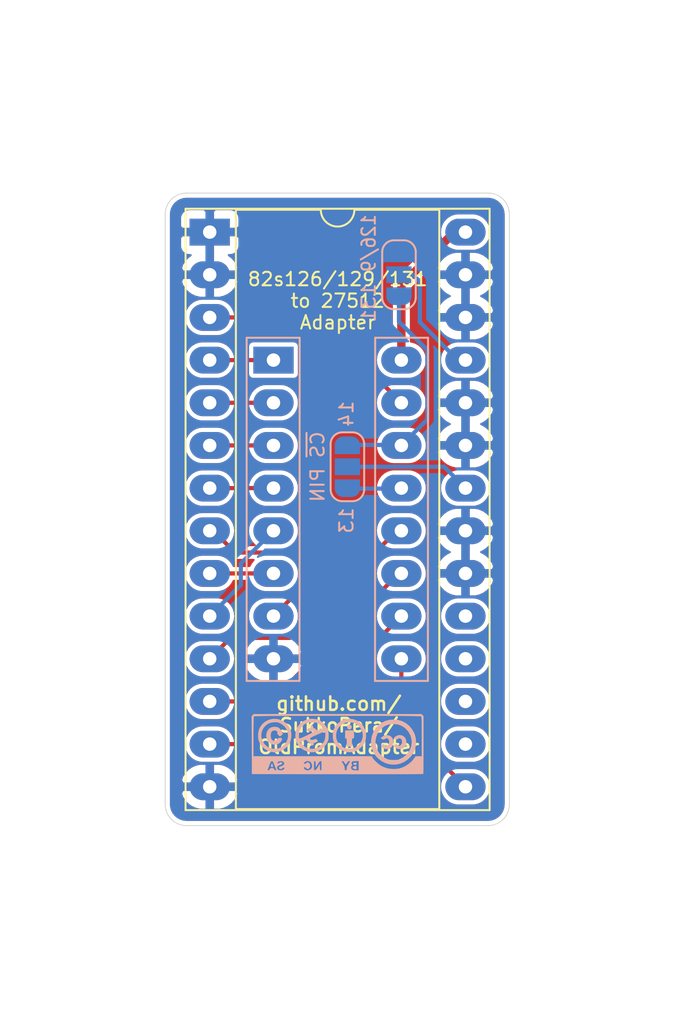
<source format=kicad_pcb>
(kicad_pcb (version 20171130) (host pcbnew 5.1.12)

  (general
    (thickness 1.6)
    (drawings 15)
    (tracks 46)
    (zones 0)
    (modules 5)
    (nets 23)
  )

  (page A4)
  (title_block
    (title "OldPromAdapter: 82S1xx to 27512 (EE)PROM Adapter")
    (date 2022-02-27)
    (rev 1git)
    (company SukkoPera)
    (comment 1 "Inspired from work by patzik")
    (comment 2 http://www.ukvac.com/forum/topic384396.html)
    (comment 3 "Licensed under CC BY-NC-SA 4.0")
  )

  (layers
    (0 F.Cu signal)
    (31 B.Cu signal)
    (36 B.SilkS user)
    (37 F.SilkS user)
    (38 B.Mask user)
    (39 F.Mask user)
    (40 Dwgs.User user hide)
    (44 Edge.Cuts user)
    (45 Margin user hide)
    (46 B.CrtYd user hide)
    (47 F.CrtYd user hide)
    (49 F.Fab user hide)
  )

  (setup
    (last_trace_width 0.25)
    (trace_clearance 0.2)
    (zone_clearance 0.254)
    (zone_45_only no)
    (trace_min 0.2)
    (via_size 0.6)
    (via_drill 0.4)
    (via_min_size 0.4)
    (via_min_drill 0.3)
    (uvia_size 0.3)
    (uvia_drill 0.1)
    (uvias_allowed no)
    (uvia_min_size 0.2)
    (uvia_min_drill 0.1)
    (edge_width 0.05)
    (segment_width 0.2)
    (pcb_text_width 0.3)
    (pcb_text_size 1.5 1.5)
    (mod_edge_width 0.12)
    (mod_text_size 1 1)
    (mod_text_width 0.15)
    (pad_size 1.524 1.524)
    (pad_drill 0.762)
    (pad_to_mask_clearance 0)
    (aux_axis_origin 0 0)
    (visible_elements FFFFFF7F)
    (pcbplotparams
      (layerselection 0x010f0_ffffffff)
      (usegerberextensions false)
      (usegerberattributes true)
      (usegerberadvancedattributes true)
      (creategerberjobfile true)
      (excludeedgelayer true)
      (linewidth 0.100000)
      (plotframeref false)
      (viasonmask false)
      (mode 1)
      (useauxorigin false)
      (hpglpennumber 1)
      (hpglpenspeed 20)
      (hpglpendiameter 15.000000)
      (psnegative false)
      (psa4output false)
      (plotreference true)
      (plotvalue true)
      (plotinvisibletext false)
      (padsonsilk false)
      (subtractmaskfromsilk false)
      (outputformat 1)
      (mirror false)
      (drillshape 0)
      (scaleselection 1)
      (outputdirectory "gerbers"))
  )

  (net 0 "")
  (net 1 /a6)
  (net 2 /d3)
  (net 3 /a5)
  (net 4 /d2)
  (net 5 /a4)
  (net 6 /d1)
  (net 7 /a3)
  (net 8 /d0)
  (net 9 /a0)
  (net 10 /~ce1)
  (net 11 /a1)
  (net 12 /~ce2)
  (net 13 /a2)
  (net 14 /a7)
  (net 15 GND)
  (net 16 VCC)
  (net 17 /d4)
  (net 18 /d5)
  (net 19 /d6)
  (net 20 /d7)
  (net 21 /a8)
  (net 22 "Net-(JP1-Pad2)")

  (net_class Default "This is the default net class."
    (clearance 0.2)
    (trace_width 0.25)
    (via_dia 0.6)
    (via_drill 0.4)
    (uvia_dia 0.3)
    (uvia_drill 0.1)
    (add_net /a0)
    (add_net /a1)
    (add_net /a2)
    (add_net /a3)
    (add_net /a4)
    (add_net /a5)
    (add_net /a6)
    (add_net /a7)
    (add_net /a8)
    (add_net /d0)
    (add_net /d1)
    (add_net /d2)
    (add_net /d3)
    (add_net /d4)
    (add_net /d5)
    (add_net /d6)
    (add_net /d7)
    (add_net /~ce1)
    (add_net /~ce2)
    (add_net "Net-(JP1-Pad2)")
  )

  (net_class Powah ""
    (clearance 0.2)
    (trace_width 0.5)
    (via_dia 0.8)
    (via_drill 0.6)
    (uvia_dia 0.3)
    (uvia_drill 0.1)
    (add_net GND)
    (add_net VCC)
  )

  (module 82S1xx_W27C512_Adapter:cc_by_nc_sa (layer B.Cu) (tedit 0) (tstamp 621C59B4)
    (at 154.749878 102.706868 180)
    (path /621C2845)
    (fp_text reference V0 (at 0 0) (layer B.SilkS) hide
      (effects (font (size 1.524 1.524) (thickness 0.3)) (justify mirror))
    )
    (fp_text value LICENSE (at 0.75 0) (layer B.SilkS) hide
      (effects (font (size 1.524 1.524) (thickness 0.3)) (justify mirror))
    )
    (fp_poly (pts (xy 5.131155 1.652954) (xy 5.124627 -0.068873) (xy 5.1181 -1.7907) (xy 0.023345 -1.797111)
      (xy -0.481731 -1.797664) (xy -0.973267 -1.798037) (xy -1.448852 -1.798236) (xy -1.906074 -1.798267)
      (xy -2.342522 -1.798134) (xy -2.755783 -1.797842) (xy -3.143445 -1.797396) (xy -3.503098 -1.796801)
      (xy -3.832329 -1.796063) (xy -4.128726 -1.795185) (xy -4.389878 -1.794174) (xy -4.613372 -1.793034)
      (xy -4.796798 -1.79177) (xy -4.937743 -1.790387) (xy -5.033796 -1.78889) (xy -5.082545 -1.787284)
      (xy -5.088405 -1.786528) (xy -5.091286 -1.758884) (xy -5.094012 -1.684638) (xy -5.096544 -1.567988)
      (xy -5.09884 -1.413131) (xy -5.100858 -1.224266) (xy -5.102558 -1.00559) (xy -5.103897 -0.7613)
      (xy -5.104836 -0.495595) (xy -5.105331 -0.212672) (xy -5.1054 -0.058112) (xy -5.1054 0.43942)
      (xy -5.0038 0.43942) (xy -5.0038 -0.7366) (xy -4.81965 -0.737254) (xy -4.6355 -0.737909)
      (xy -4.549172 -0.865159) (xy -4.404418 -1.039258) (xy -4.22231 -1.196625) (xy -4.015667 -1.328484)
      (xy -3.797306 -1.426063) (xy -3.677489 -1.461788) (xy -3.502918 -1.489039) (xy -3.305414 -1.49582)
      (xy -3.108219 -1.482525) (xy -2.934572 -1.449548) (xy -2.93319 -1.449164) (xy -2.814891 -1.409969)
      (xy -2.689898 -1.359027) (xy -2.60622 -1.318289) (xy -2.502056 -1.251859) (xy -2.387228 -1.163026)
      (xy -2.273526 -1.062576) (xy -2.227178 -1.016) (xy -1.2446 -1.016) (xy -1.2446 -1.5748)
      (xy -1.069614 -1.5748) (xy -0.959265 -1.570379) (xy -0.885749 -1.555354) (xy -0.837839 -1.528815)
      (xy -0.79359 -1.467149) (xy -0.78225 -1.39317) (xy -0.804746 -1.326687) (xy -0.82731 -1.303635)
      (xy -0.857489 -1.27078) (xy -0.843784 -1.240027) (xy -0.843185 -1.239424) (xy -0.815828 -1.183184)
      (xy -0.816536 -1.114608) (xy -0.843047 -1.057478) (xy -0.861931 -1.042293) (xy -0.912303 -1.028562)
      (xy -0.994442 -1.019047) (xy -1.077831 -1.016) (xy -0.741428 -1.016) (xy -0.671568 -1.13665)
      (xy -0.625367 -1.214828) (xy -0.584261 -1.281703) (xy -0.567554 -1.307401) (xy -0.545818 -1.364294)
      (xy -0.534074 -1.443708) (xy -0.5334 -1.466151) (xy -0.530438 -1.534456) (xy -0.516132 -1.565968)
      (xy -0.482357 -1.574591) (xy -0.4699 -1.5748) (xy -0.431092 -1.570224) (xy -0.412459 -1.547526)
      (xy -0.406719 -1.493247) (xy -0.4064 -1.457472) (xy -0.397214 -1.368857) (xy -0.370682 -1.2954)
      (xy 0.9652 -1.2954) (xy 0.965815 -1.417758) (xy 0.968701 -1.498085) (xy 0.975416 -1.545144)
      (xy 0.987517 -1.567698) (xy 1.006565 -1.574512) (xy 1.014887 -1.5748) (xy 1.040957 -1.569319)
      (xy 1.056902 -1.545831) (xy 1.066004 -1.493763) (xy 1.071544 -1.402543) (xy 1.072037 -1.39065)
      (xy 1.0795 -1.2065) (xy 1.1938 -1.390432) (xy 1.257656 -1.487296) (xy 1.306113 -1.545276)
      (xy 1.345651 -1.571334) (xy 1.36525 -1.574582) (xy 1.390209 -1.572583) (xy 1.406585 -1.560472)
      (xy 1.416185 -1.529423) (xy 1.420816 -1.470606) (xy 1.422284 -1.375194) (xy 1.4224 -1.2954)
      (xy 1.422263 -1.268093) (xy 1.529916 -1.268093) (xy 1.532814 -1.377121) (xy 1.534931 -1.386297)
      (xy 1.580527 -1.475923) (xy 1.657499 -1.539558) (xy 1.752412 -1.573304) (xy 1.851832 -1.573261)
      (xy 1.942327 -1.535533) (xy 1.969654 -1.512454) (xy 2.012192 -1.459295) (xy 2.022641 -1.4351)
      (xy 3.175 -1.4351) (xy 3.198249 -1.499505) (xy 3.261935 -1.547073) (xy 3.356962 -1.572244)
      (xy 3.4036 -1.5748) (xy 3.499638 -1.566824) (xy 3.507174 -1.563613) (xy 3.666805 -1.563613)
      (xy 3.70149 -1.574496) (xy 3.715628 -1.5748) (xy 3.770025 -1.55914) (xy 3.79503 -1.5113)
      (xy 3.811423 -1.47146) (xy 3.844455 -1.452889) (xy 3.909851 -1.447863) (xy 3.9243 -1.4478)
      (xy 3.996302 -1.451382) (xy 4.033436 -1.467278) (xy 4.051426 -1.503213) (xy 4.053569 -1.5113)
      (xy 4.082548 -1.562243) (xy 4.130253 -1.5748) (xy 4.176716 -1.571498) (xy 4.191 -1.565568)
      (xy 4.182627 -1.539524) (xy 4.159922 -1.475955) (xy 4.126507 -1.384859) (xy 4.092112 -1.292518)
      (xy 4.046785 -1.175069) (xy 4.012578 -1.097484) (xy 3.984549 -1.051436) (xy 3.957752 -1.028596)
      (xy 3.930943 -1.021042) (xy 3.900927 -1.021438) (xy 3.87604 -1.036659) (xy 3.850712 -1.075055)
      (xy 3.819371 -1.144972) (xy 3.778403 -1.249642) (xy 3.737936 -1.355309) (xy 3.702823 -1.446529)
      (xy 3.677984 -1.510543) (xy 3.670154 -1.53035) (xy 3.666805 -1.563613) (xy 3.507174 -1.563613)
      (xy 3.562933 -1.539855) (xy 3.5814 -1.524) (xy 3.625415 -1.452753) (xy 3.622679 -1.380488)
      (xy 3.576674 -1.313763) (xy 3.490881 -1.259134) (xy 3.429 -1.236906) (xy 3.353667 -1.209058)
      (xy 3.319463 -1.177512) (xy 3.3147 -1.154583) (xy 3.335121 -1.114828) (xy 3.38324 -1.096381)
      (xy 3.439339 -1.102313) (xy 3.478734 -1.129015) (xy 3.523105 -1.160233) (xy 3.570914 -1.166461)
      (xy 3.602801 -1.147418) (xy 3.6068 -1.130885) (xy 3.583738 -1.081706) (xy 3.523533 -1.043302)
      (xy 3.439658 -1.022113) (xy 3.376464 -1.020788) (xy 3.292259 -1.036821) (xy 3.235034 -1.076649)
      (xy 3.217029 -1.09855) (xy 3.183555 -1.147724) (xy 3.180167 -1.181187) (xy 3.20658 -1.223946)
      (xy 3.215454 -1.235869) (xy 3.281479 -1.292378) (xy 3.378069 -1.335963) (xy 3.387118 -1.338706)
      (xy 3.460319 -1.363714) (xy 3.494687 -1.388541) (xy 3.501357 -1.422156) (xy 3.500454 -1.429986)
      (xy 3.47301 -1.477018) (xy 3.418768 -1.495356) (xy 3.353894 -1.48341) (xy 3.303538 -1.449338)
      (xy 3.248009 -1.408591) (xy 3.201527 -1.399109) (xy 3.176483 -1.422265) (xy 3.175 -1.4351)
      (xy 2.022641 -1.4351) (xy 2.031843 -1.413794) (xy 2.032 -1.410854) (xy 2.015702 -1.377115)
      (xy 1.97448 -1.376706) (xy 1.919837 -1.407552) (xy 1.888574 -1.43672) (xy 1.821184 -1.482543)
      (xy 1.754796 -1.483567) (xy 1.698428 -1.445158) (xy 1.661099 -1.372678) (xy 1.651 -1.2954)
      (xy 1.667017 -1.202894) (xy 1.708836 -1.136934) (xy 1.767112 -1.103839) (xy 1.832495 -1.109929)
      (xy 1.8783 -1.1417) (xy 1.929265 -1.177046) (xy 1.982762 -1.193019) (xy 2.022001 -1.186828)
      (xy 2.032 -1.167245) (xy 2.015479 -1.132766) (xy 1.975153 -1.083948) (xy 1.969654 -1.078345)
      (xy 1.886207 -1.027774) (xy 1.785123 -1.013145) (xy 1.684752 -1.034541) (xy 1.618277 -1.07674)
      (xy 1.560406 -1.160529) (xy 1.529916 -1.268093) (xy 1.422263 -1.268093) (xy 1.421784 -1.173041)
      (xy 1.418898 -1.092714) (xy 1.412183 -1.045655) (xy 1.400082 -1.023101) (xy 1.381034 -1.016287)
      (xy 1.372712 -1.016) (xy 1.346642 -1.02148) (xy 1.330697 -1.044968) (xy 1.321595 -1.097036)
      (xy 1.316055 -1.188256) (xy 1.315562 -1.20015) (xy 1.3081 -1.3843) (xy 1.1938 -1.200367)
      (xy 1.129943 -1.103503) (xy 1.081486 -1.045523) (xy 1.041948 -1.019465) (xy 1.02235 -1.016217)
      (xy 0.99739 -1.018216) (xy 0.981014 -1.030327) (xy 0.971414 -1.061376) (xy 0.966783 -1.120193)
      (xy 0.965315 -1.215605) (xy 0.9652 -1.2954) (xy -0.370682 -1.2954) (xy -0.365134 -1.280042)
      (xy -0.3175 -1.1938) (xy -0.272595 -1.117708) (xy -0.240635 -1.059415) (xy -0.2286 -1.031727)
      (xy -0.250181 -1.019513) (xy -0.28575 -1.016195) (xy -0.338135 -1.036301) (xy -0.390235 -1.099986)
      (xy -0.400809 -1.117795) (xy -0.438913 -1.17814) (xy -0.468805 -1.21434) (xy -0.477009 -1.219004)
      (xy -0.499374 -1.198802) (xy -0.534951 -1.147898) (xy -0.553209 -1.117404) (xy -0.600722 -1.049071)
      (xy -0.647496 -1.019488) (xy -0.676272 -1.016) (xy -0.741428 -1.016) (xy -1.077831 -1.016)
      (xy -1.2446 -1.016) (xy -2.227178 -1.016) (xy -2.172738 -0.961294) (xy -2.096655 -0.869965)
      (xy -2.069087 -0.826915) (xy -2.020448 -0.7366) (xy 5.0292 -0.7366) (xy 5.029199 0.439421)
      (xy 5.02885 0.734363) (xy 5.027748 0.981679) (xy 5.025813 1.184537) (xy 5.022966 1.346107)
      (xy 5.019126 1.469558) (xy 5.014213 1.558059) (xy 5.008148 1.614779) (xy 5.00085 1.642887)
      (xy 4.998719 1.645921) (xy 4.969913 1.649709) (xy 4.893288 1.653269) (xy 4.771824 1.656599)
      (xy 4.608502 1.659701) (xy 4.406301 1.662574) (xy 4.168203 1.665217) (xy 3.897187 1.667632)
      (xy 3.596235 1.669818) (xy 3.268325 1.671775) (xy 2.91644 1.673502) (xy 2.543559 1.675001)
      (xy 2.152662 1.676271) (xy 1.746729 1.677311) (xy 1.328742 1.678123) (xy 0.901681 1.678706)
      (xy 0.468525 1.67906) (xy 0.032256 1.679184) (xy -0.404147 1.67908) (xy -0.837703 1.678747)
      (xy -1.265432 1.678185) (xy -1.684353 1.677393) (xy -2.091486 1.676373) (xy -2.48385 1.675124)
      (xy -2.858466 1.673646) (xy -3.212353 1.671939) (xy -3.54253 1.670002) (xy -3.846018 1.667837)
      (xy -4.119836 1.665443) (xy -4.361003 1.66282) (xy -4.566539 1.659968) (xy -4.733464 1.656886)
      (xy -4.858797 1.653576) (xy -4.939559 1.650037) (xy -4.972768 1.646269) (xy -4.973321 1.64592)
      (xy -4.980956 1.624798) (xy -4.987337 1.575896) (xy -4.992545 1.496044) (xy -4.996658 1.382074)
      (xy -4.999758 1.230817) (xy -5.001925 1.039104) (xy -5.003238 0.803765) (xy -5.003777 0.521632)
      (xy -5.0038 0.43942) (xy -5.1054 0.43942) (xy -5.1054 1.65331) (xy -4.98071 1.778)
      (xy 5.006109 1.778) (xy 5.131155 1.652954)) (layer B.SilkS) (width 0.01))
    (fp_poly (pts (xy -1.024923 -1.325616) (xy -0.951688 -1.344015) (xy -0.90347 -1.378832) (xy -0.889599 -1.420588)
      (xy -0.904464 -1.448023) (xy -0.946209 -1.469864) (xy -1.013347 -1.48817) (xy -1.024543 -1.490145)
      (xy -1.1176 -1.505246) (xy -1.1176 -1.41149) (xy -1.114714 -1.350087) (xy -1.096018 -1.32553)
      (xy -1.046458 -1.323871) (xy -1.024923 -1.325616)) (layer B.SilkS) (width 0.01))
    (fp_poly (pts (xy -1.030507 -1.121759) (xy -1.02235 -1.122416) (xy -0.957534 -1.133611) (xy -0.930497 -1.157872)
      (xy -0.9271 -1.1811) (xy -0.938031 -1.216573) (xy -0.979326 -1.234411) (xy -1.02235 -1.239783)
      (xy -1.084717 -1.241612) (xy -1.111551 -1.226974) (xy -1.117576 -1.186798) (xy -1.1176 -1.1811)
      (xy -1.112832 -1.137908) (xy -1.088709 -1.121152) (xy -1.030507 -1.121759)) (layer B.SilkS) (width 0.01))
    (fp_poly (pts (xy 3.952456 -1.222187) (xy 3.984828 -1.302055) (xy 3.977618 -1.352254) (xy 3.931079 -1.371439)
      (xy 3.9243 -1.3716) (xy 3.876546 -1.364195) (xy 3.8608 -1.34999) (xy 3.868529 -1.313179)
      (xy 3.887386 -1.252193) (xy 3.889856 -1.245027) (xy 3.918913 -1.161675) (xy 3.952456 -1.222187)) (layer B.SilkS) (width 0.01))
    (fp_poly (pts (xy -3.07749 1.428735) (xy -2.846797 1.369747) (xy -2.637211 1.26815) (xy -2.442005 1.121258)
      (xy -2.385307 1.06802) (xy -2.224399 0.877057) (xy -2.104482 0.664916) (xy -2.025517 0.438104)
      (xy -1.987466 0.203128) (xy -1.99029 -0.033507) (xy -2.033952 -0.265294) (xy -2.118412 -0.485726)
      (xy -2.243633 -0.688298) (xy -2.396639 -0.854961) (xy -2.609207 -1.020317) (xy -2.829327 -1.136578)
      (xy -3.06203 -1.205384) (xy -3.312349 -1.228377) (xy -3.507373 -1.217369) (xy -3.731408 -1.167739)
      (xy -3.948841 -1.071761) (xy -4.152735 -0.933883) (xy -4.336149 -0.758557) (xy -4.451383 -0.611989)
      (xy -4.556032 -0.419302) (xy -4.624719 -0.201116) (xy -4.656612 0.031373) (xy -4.655546 0.075189)
      (xy -4.406967 0.075189) (xy -4.377903 -0.132835) (xy -4.307908 -0.331616) (xy -4.198989 -0.515454)
      (xy -4.053153 -0.678646) (xy -3.872407 -0.815492) (xy -3.659073 -0.920172) (xy -3.580037 -0.943114)
      (xy -3.485023 -0.955508) (xy -3.360056 -0.958767) (xy -3.2893 -0.957604) (xy -3.163432 -0.952585)
      (xy -3.070802 -0.942682) (xy -2.993869 -0.924347) (xy -2.915089 -0.894033) (xy -2.867397 -0.872276)
      (xy -2.67015 -0.753839) (xy -2.508636 -0.604501) (xy -2.383961 -0.430528) (xy -2.297229 -0.238189)
      (xy -2.249547 -0.033752) (xy -2.242018 0.176516) (xy -2.27575 0.386347) (xy -2.351846 0.589473)
      (xy -2.471412 0.779627) (xy -2.558568 0.878923) (xy -2.730646 1.024363) (xy -2.917214 1.123425)
      (xy -3.12361 1.178112) (xy -3.355173 1.190428) (xy -3.385355 1.18913) (xy -3.615317 1.152987)
      (xy -3.82516 1.070681) (xy -4.012261 0.943739) (xy -4.173997 0.773692) (xy -4.228512 0.697711)
      (xy -4.334278 0.496163) (xy -4.393094 0.286756) (xy -4.406967 0.075189) (xy -4.655546 0.075189)
      (xy -4.65088 0.266967) (xy -4.60669 0.494471) (xy -4.545712 0.657567) (xy -4.412133 0.888063)
      (xy -4.245836 1.082597) (xy -4.050902 1.238503) (xy -3.831414 1.353117) (xy -3.591451 1.423771)
      (xy -3.336014 1.4478) (xy -3.07749 1.428735)) (layer B.SilkS) (width 0.01))
    (fp_poly (pts (xy -0.506067 1.474021) (xy -0.319875 1.421199) (xy -0.145599 1.331965) (xy 0.010599 1.206066)
      (xy 0.142557 1.043252) (xy 0.211184 0.92011) (xy 0.249119 0.835618) (xy 0.272945 0.765326)
      (xy 0.285893 0.69227) (xy 0.291193 0.59949) (xy 0.2921 0.4953) (xy 0.290483 0.37121)
      (xy 0.283652 0.281105) (xy 0.268637 0.208224) (xy 0.242468 0.135803) (xy 0.219096 0.083252)
      (xy 0.107992 -0.099054) (xy -0.039369 -0.25143) (xy -0.21564 -0.370007) (xy -0.413474 -0.450917)
      (xy -0.625523 -0.490292) (xy -0.844439 -0.484265) (xy -0.855847 -0.482641) (xy -1.042682 -0.430672)
      (xy -1.220784 -0.335862) (xy -1.381331 -0.206171) (xy -1.515503 -0.049557) (xy -1.61448 0.126019)
      (xy -1.653239 0.236915) (xy -1.677687 0.390601) (xy -1.678539 0.56388) (xy -1.67558 0.586979)
      (xy -1.490306 0.586979) (xy -1.487277 0.406414) (xy -1.439634 0.229434) (xy -1.353306 0.064722)
      (xy -1.234222 -0.079043) (xy -1.088312 -0.193179) (xy -0.921504 -0.269006) (xy -0.9017 -0.274754)
      (xy -0.764123 -0.294489) (xy -0.607088 -0.289301) (xy -0.454251 -0.261138) (xy -0.366746 -0.230726)
      (xy -0.278188 -0.181023) (xy -0.181823 -0.111041) (xy -0.122051 -0.0583) (xy -0.006204 0.079726)
      (xy 0.066667 0.22868) (xy 0.101336 0.400252) (xy 0.105845 0.499741) (xy 0.08335 0.702401)
      (xy 0.015598 0.883449) (xy -0.095317 1.039668) (xy -0.247299 1.167839) (xy -0.374984 1.238227)
      (xy -0.521781 1.282331) (xy -0.690129 1.296203) (xy -0.861137 1.280362) (xy -1.015917 1.235324)
      (xy -1.049446 1.219774) (xy -1.20688 1.112622) (xy -1.337061 0.969296) (xy -1.432624 0.800368)
      (xy -1.486203 0.616412) (xy -1.490306 0.586979) (xy -1.67558 0.586979) (xy -1.656884 0.732919)
      (xy -1.625518 0.84529) (xy -1.528431 1.040332) (xy -1.40013 1.200718) (xy -1.246776 1.326196)
      (xy -1.074531 1.416517) (xy -0.889557 1.471429) (xy -0.698015 1.49068) (xy -0.506067 1.474021)) (layer B.SilkS) (width 0.01))
    (fp_poly (pts (xy 1.680479 1.485749) (xy 1.877779 1.436566) (xy 2.059386 1.349399) (xy 2.219539 1.22707)
      (xy 2.352478 1.072405) (xy 2.452442 0.888228) (xy 2.51367 0.677364) (xy 2.516797 0.658964)
      (xy 2.528651 0.439061) (xy 2.494935 0.2317) (xy 2.420256 0.041508) (xy 2.309225 -0.126889)
      (xy 2.166449 -0.268865) (xy 1.996538 -0.379792) (xy 1.8041 -0.455044) (xy 1.593745 -0.489995)
      (xy 1.380665 -0.481539) (xy 1.185257 -0.429706) (xy 1.001386 -0.333494) (xy 0.837243 -0.199215)
      (xy 0.701018 -0.033179) (xy 0.625965 0.100032) (xy 0.58702 0.189151) (xy 0.563675 0.264483)
      (xy 0.55214 0.34538) (xy 0.548628 0.451194) (xy 0.548585 0.4953) (xy 0.549417 0.5207)
      (xy 0.738526 0.5207) (xy 0.747504 0.359243) (xy 0.782297 0.223921) (xy 0.848824 0.094127)
      (xy 0.870634 0.060826) (xy 1.001201 -0.09007) (xy 1.157863 -0.202302) (xy 1.332982 -0.273582)
      (xy 1.518916 -0.301622) (xy 1.708027 -0.284135) (xy 1.858376 -0.234987) (xy 1.924316 -0.197727)
      (xy 2.003227 -0.141558) (xy 2.08441 -0.075733) (xy 2.157163 -0.009503) (xy 2.210785 0.047879)
      (xy 2.234575 0.08716) (xy 2.234918 0.090581) (xy 2.213533 0.109497) (xy 2.15903 0.140541)
      (xy 2.085502 0.177095) (xy 2.007046 0.212539) (xy 1.937756 0.240256) (xy 1.891728 0.253628)
      (xy 1.886888 0.254) (xy 1.862117 0.233541) (xy 1.841173 0.19685) (xy 1.803501 0.151364)
      (xy 1.738339 0.104416) (xy 1.70907 0.0889) (xy 1.640632 0.050546) (xy 1.608731 0.012401)
      (xy 1.60112 -0.033516) (xy 1.593532 -0.084502) (xy 1.564584 -0.098787) (xy 1.54305 -0.097016)
      (xy 1.494554 -0.071247) (xy 1.478212 -0.022669) (xy 1.460532 0.027113) (xy 1.412723 0.05923)
      (xy 1.376124 0.071844) (xy 1.299606 0.100597) (xy 1.237002 0.133612) (xy 1.231412 0.137555)
      (xy 1.200484 0.164169) (xy 1.199681 0.188062) (xy 1.231592 0.226014) (xy 1.247574 0.242289)
      (xy 1.293957 0.285144) (xy 1.329331 0.295223) (xy 1.377627 0.276629) (xy 1.395242 0.267609)
      (xy 1.475436 0.240455) (xy 1.55596 0.233333) (xy 1.557367 0.233462) (xy 1.616606 0.247614)
      (xy 1.641745 0.282985) (xy 1.645804 0.305631) (xy 1.645806 0.329237) (xy 1.635785 0.351052)
      (xy 1.609694 0.374699) (xy 1.561488 0.403801) (xy 1.485122 0.44198) (xy 1.37455 0.492858)
      (xy 1.223727 0.560058) (xy 1.214004 0.564362) (xy 1.053958 0.635211) (xy 0.934736 0.685895)
      (xy 0.850303 0.715861) (xy 0.794622 0.724553) (xy 0.761654 0.711418) (xy 0.745363 0.6759)
      (xy 0.739712 0.617446) (xy 0.738665 0.535501) (xy 0.738526 0.5207) (xy 0.549417 0.5207)
      (xy 0.553142 0.634343) (xy 0.567884 0.74304) (xy 0.595917 0.84135) (xy 0.607 0.870829)
      (xy 0.642057 0.937901) (xy 0.882616 0.937901) (xy 0.914158 0.919536) (xy 0.978412 0.888)
      (xy 1.060607 0.850508) (xy 1.219514 0.780322) (xy 1.280692 0.846334) (xy 1.342039 0.897046)
      (xy 1.405712 0.92835) (xy 1.407535 0.928827) (xy 1.456822 0.953341) (xy 1.472823 1.003707)
      (xy 1.4732 1.018754) (xy 1.480657 1.071932) (xy 1.511904 1.0908) (xy 1.5367 1.0922)
      (xy 1.582081 1.083999) (xy 1.598683 1.049137) (xy 1.6002 1.016) (xy 1.608018 0.96043)
      (xy 1.637555 0.940719) (xy 1.652261 0.9398) (xy 1.710748 0.928302) (xy 1.780274 0.900513)
      (xy 1.782636 0.899303) (xy 1.86095 0.858805) (xy 1.797663 0.795518) (xy 1.748939 0.754621)
      (xy 1.702672 0.745035) (xy 1.642502 0.757599) (xy 1.553388 0.772377) (xy 1.487314 0.764451)
      (xy 1.454224 0.736041) (xy 1.45307 0.71529) (xy 1.477267 0.693905) (xy 1.539117 0.656923)
      (xy 1.629528 0.608644) (xy 1.739413 0.553364) (xy 1.85968 0.495384) (xy 1.98124 0.439)
      (xy 2.095003 0.388512) (xy 2.191879 0.348217) (xy 2.262777 0.322414) (xy 2.298609 0.3154)
      (xy 2.2987 0.315424) (xy 2.310839 0.342311) (xy 2.319744 0.408012) (xy 2.32395 0.500573)
      (xy 2.3241 0.523007) (xy 2.310068 0.699537) (xy 2.263933 0.847273) (xy 2.179637 0.981037)
      (xy 2.101565 1.067459) (xy 1.99955 1.160683) (xy 1.904585 1.223212) (xy 1.801969 1.260646)
      (xy 1.677 1.278587) (xy 1.5367 1.2827) (xy 1.410041 1.280812) (xy 1.320159 1.273723)
      (xy 1.253122 1.259296) (xy 1.195 1.235394) (xy 1.1811 1.228156) (xy 1.114421 1.185246)
      (xy 1.041995 1.127775) (xy 0.9733 1.064964) (xy 0.917819 1.006032) (xy 0.885033 0.960199)
      (xy 0.882616 0.937901) (xy 0.642057 0.937901) (xy 0.668987 0.989421) (xy 0.759852 1.115077)
      (xy 0.866801 1.233243) (xy 0.977042 1.329365) (xy 1.052029 1.377141) (xy 1.261843 1.458861)
      (xy 1.473247 1.494122) (xy 1.680479 1.485749)) (layer B.SilkS) (width 0.01))
    (fp_poly (pts (xy 4.036856 1.454668) (xy 4.216755 1.386612) (xy 4.382284 1.282465) (xy 4.527485 1.141766)
      (xy 4.646397 0.964059) (xy 4.677755 0.899677) (xy 4.717867 0.771599) (xy 4.741532 0.614951)
      (xy 4.747622 0.4496) (xy 4.735006 0.29541) (xy 4.716814 0.2125) (xy 4.633034 0.015407)
      (xy 4.510205 -0.155664) (xy 4.35517 -0.296472) (xy 4.174774 -0.402779) (xy 3.975858 -0.470348)
      (xy 3.765267 -0.494938) (xy 3.596495 -0.48142) (xy 3.400954 -0.423838) (xy 3.215963 -0.323334)
      (xy 3.051699 -0.187786) (xy 2.918336 -0.02507) (xy 2.851184 0.095559) (xy 2.802047 0.24397)
      (xy 2.774646 0.415474) (xy 2.773431 0.469949) (xy 2.960693 0.469949) (xy 2.987988 0.291547)
      (xy 3.057828 0.120814) (xy 3.17156 -0.034926) (xy 3.182565 -0.046487) (xy 3.341952 -0.178337)
      (xy 3.516642 -0.263132) (xy 3.702724 -0.299788) (xy 3.896285 -0.287217) (xy 3.977989 -0.26726)
      (xy 4.159274 -0.189805) (xy 4.309239 -0.078688) (xy 4.426164 0.05917) (xy 4.508327 0.216848)
      (xy 4.554009 0.387424) (xy 4.561488 0.563976) (xy 4.529043 0.739583) (xy 4.454955 0.907323)
      (xy 4.337502 1.060275) (xy 4.313811 1.083634) (xy 4.186072 1.184896) (xy 4.049157 1.249773)
      (xy 3.88855 1.284025) (xy 3.789299 1.291711) (xy 3.679588 1.294629) (xy 3.600771 1.289607)
      (xy 3.533118 1.272894) (xy 3.456894 1.240738) (xy 3.415313 1.22061) (xy 3.250062 1.113741)
      (xy 3.120629 0.977916) (xy 3.028359 0.820458) (xy 2.974599 0.648695) (xy 2.960693 0.469949)
      (xy 2.773431 0.469949) (xy 2.770779 0.588744) (xy 2.792247 0.742455) (xy 2.795549 0.754836)
      (xy 2.87585 0.959006) (xy 2.98946 1.130753) (xy 3.130419 1.269618) (xy 3.292767 1.375143)
      (xy 3.470544 1.44687) (xy 3.657791 1.484338) (xy 3.848548 1.487091) (xy 4.036856 1.454668)) (layer B.SilkS) (width 0.01))
    (fp_poly (pts (xy -3.585093 0.508995) (xy -3.498325 0.475903) (xy -3.421785 0.430071) (xy -3.368966 0.381078)
      (xy -3.3528 0.344139) (xy -3.373939 0.312249) (xy -3.424996 0.281071) (xy -3.426988 0.280234)
      (xy -3.484065 0.263501) (xy -3.531069 0.274983) (xy -3.57456 0.303759) (xy -3.63503 0.339231)
      (xy -3.68722 0.341283) (xy -3.714728 0.332623) (xy -3.785264 0.286116) (xy -3.82426 0.208518)
      (xy -3.8354 0.102116) (xy -3.822723 0.010563) (xy -3.778905 -0.058645) (xy -3.773055 -0.064654)
      (xy -3.696789 -0.116937) (xy -3.62294 -0.118506) (xy -3.551008 -0.069366) (xy -3.54792 -0.066084)
      (xy -3.504772 -0.02614) (xy -3.468141 -0.02117) (xy -3.422133 -0.041495) (xy -3.366274 -0.083636)
      (xy -3.359001 -0.130122) (xy -3.399815 -0.187289) (xy -3.40995 -0.19708) (xy -3.521108 -0.269301)
      (xy -3.649528 -0.30192) (xy -3.780577 -0.293288) (xy -3.885751 -0.250689) (xy -3.971741 -0.189221)
      (xy -4.025121 -0.122103) (xy -4.061762 -0.028515) (xy -4.065791 -0.014505) (xy -4.084076 0.128656)
      (xy -4.060454 0.259387) (xy -4.001116 0.370947) (xy -3.912251 0.456594) (xy -3.80005 0.509585)
      (xy -3.670705 0.52318) (xy -3.585093 0.508995)) (layer B.SilkS) (width 0.01))
    (fp_poly (pts (xy -2.809015 0.513587) (xy -2.686183 0.452641) (xy -2.645952 0.419562) (xy -2.553656 0.334979)
      (xy -2.645185 0.291332) (xy -2.706515 0.26502) (xy -2.747043 0.263415) (xy -2.791256 0.288213)
      (xy -2.811329 0.30285) (xy -2.891777 0.339428) (xy -2.96398 0.331237) (xy -3.021591 0.284272)
      (xy -3.058262 0.20453) (xy -3.067644 0.098005) (xy -3.06446 0.06376) (xy -3.034213 -0.034117)
      (xy -2.979325 -0.097699) (xy -2.908995 -0.122693) (xy -2.832416 -0.104806) (xy -2.783089 -0.067597)
      (xy -2.738096 -0.028785) (xy -2.700405 -0.024051) (xy -2.650894 -0.045549) (xy -2.59031 -0.078273)
      (xy -2.570303 -0.102333) (xy -2.586738 -0.133174) (xy -2.618217 -0.167613) (xy -2.73283 -0.257536)
      (xy -2.861229 -0.300992) (xy -2.996065 -0.296562) (xy -3.098294 -0.26031) (xy -3.204494 -0.182833)
      (xy -3.27137 -0.07559) (xy -3.300372 0.064068) (xy -3.301906 0.111707) (xy -3.28751 0.255588)
      (xy -3.241587 0.364051) (xy -3.15973 0.44463) (xy -3.082561 0.486783) (xy -2.942061 0.525109)
      (xy -2.809015 0.513587)) (layer B.SilkS) (width 0.01))
    (fp_poly (pts (xy -0.669262 0.807476) (xy -0.4445 0.8001) (xy -0.437197 0.56515) (xy -0.434474 0.45496)
      (xy -0.435842 0.385944) (xy -0.443111 0.348529) (xy -0.458094 0.333139) (xy -0.481647 0.3302)
      (xy -0.505687 0.326762) (xy -0.520857 0.310152) (xy -0.529183 0.270932) (xy -0.532689 0.199659)
      (xy -0.5334 0.0889) (xy -0.5334 -0.1524) (xy -0.8382 -0.1524) (xy -0.8382 0.0889)
      (xy -0.838641 0.200686) (xy -0.841634 0.271187) (xy -0.849681 0.30992) (xy -0.865289 0.326398)
      (xy -0.890959 0.330139) (xy -0.9017 0.3302) (xy -0.932627 0.332226) (xy -0.951417 0.345054)
      (xy -0.961094 0.378817) (xy -0.964681 0.443644) (xy -0.9652 0.54299) (xy -0.961877 0.664625)
      (xy -0.95127 0.742365) (xy -0.932424 0.782717) (xy -0.929612 0.785316) (xy -0.881873 0.800858)
      (xy -0.788969 0.808232) (xy -0.669262 0.807476)) (layer B.SilkS) (width 0.01))
    (fp_poly (pts (xy -0.651153 1.12965) (xy -0.595395 1.090689) (xy -0.564082 1.029683) (xy -0.564831 0.960587)
      (xy -0.598715 0.903515) (xy -0.666192 0.866742) (xy -0.7387 0.873886) (xy -0.799559 0.922937)
      (xy -0.803118 0.928141) (xy -0.82776 1.004247) (xy -0.808191 1.074267) (xy -0.75012 1.123498)
      (xy -0.723741 1.13261) (xy -0.651153 1.12965)) (layer B.SilkS) (width 0.01))
    (fp_poly (pts (xy 3.877249 1.006148) (xy 3.969962 0.981684) (xy 4.089155 0.906315) (xy 4.17887 0.798256)
      (xy 4.237149 0.667519) (xy 4.262035 0.524115) (xy 4.251569 0.378054) (xy 4.203793 0.239348)
      (xy 4.135043 0.137709) (xy 4.012793 0.032739) (xy 3.873007 -0.027546) (xy 3.722899 -0.040748)
      (xy 3.639186 -0.027228) (xy 3.525316 0.019949) (xy 3.428569 0.094509) (xy 3.359398 0.185532)
      (xy 3.328255 0.282093) (xy 3.327494 0.29845) (xy 3.333227 0.333775) (xy 3.359474 0.350568)
      (xy 3.419574 0.35546) (xy 3.442497 0.3556) (xy 3.52122 0.349887) (xy 3.562289 0.329997)
      (xy 3.573357 0.31115) (xy 3.625474 0.231595) (xy 3.70524 0.185057) (xy 3.798527 0.175656)
      (xy 3.891201 0.207516) (xy 3.902727 0.215085) (xy 3.954227 0.278686) (xy 3.98713 0.374695)
      (xy 4.000113 0.487746) (xy 3.991851 0.602474) (xy 3.961018 0.703514) (xy 3.947041 0.729063)
      (xy 3.88989 0.777738) (xy 3.805365 0.803054) (xy 3.713275 0.800475) (xy 3.678559 0.790541)
      (xy 3.628804 0.757585) (xy 3.595051 0.711093) (xy 3.584805 0.666599) (xy 3.605574 0.639642)
      (xy 3.605644 0.639619) (xy 3.607636 0.618833) (xy 3.5821 0.577881) (xy 3.540346 0.529344)
      (xy 3.493681 0.485804) (xy 3.453414 0.459844) (xy 3.4417 0.4572) (xy 3.4088 0.474147)
      (xy 3.356928 0.517217) (xy 3.3274 0.5461) (xy 3.278401 0.602635) (xy 3.269069 0.630831)
      (xy 3.281142 0.635) (xy 3.315892 0.657873) (xy 3.33558 0.707654) (xy 3.371698 0.793661)
      (xy 3.438627 0.882765) (xy 3.521201 0.95646) (xy 3.557764 0.978813) (xy 3.646441 1.005535)
      (xy 3.760413 1.014699) (xy 3.877249 1.006148)) (layer B.SilkS) (width 0.01))
  )

  (module Package_DIP:DIP-28_W15.24mm_Socket_LongPads (layer F.Cu) (tedit 5A02E8C5) (tstamp 61E41A2A)
    (at 147.117001 72.237001)
    (descr "28-lead though-hole mounted DIP package, row spacing 15.24 mm (600 mils), Socket, LongPads")
    (tags "THT DIP DIL PDIP 2.54mm 15.24mm 600mil Socket LongPads")
    (path /63721418)
    (fp_text reference U1 (at 7.62 -1.117001) (layer F.SilkS) hide
      (effects (font (size 1 1) (thickness 0.15)))
    )
    (fp_text value W27C512 (at 7.62 35.35) (layer F.Fab)
      (effects (font (size 1 1) (thickness 0.15)))
    )
    (fp_line (start 1.255 -1.27) (end 14.985 -1.27) (layer F.Fab) (width 0.1))
    (fp_line (start 14.985 -1.27) (end 14.985 34.29) (layer F.Fab) (width 0.1))
    (fp_line (start 14.985 34.29) (end 0.255 34.29) (layer F.Fab) (width 0.1))
    (fp_line (start 0.255 34.29) (end 0.255 -0.27) (layer F.Fab) (width 0.1))
    (fp_line (start 0.255 -0.27) (end 1.255 -1.27) (layer F.Fab) (width 0.1))
    (fp_line (start -1.27 -1.33) (end -1.27 34.35) (layer F.Fab) (width 0.1))
    (fp_line (start -1.27 34.35) (end 16.51 34.35) (layer F.Fab) (width 0.1))
    (fp_line (start 16.51 34.35) (end 16.51 -1.33) (layer F.Fab) (width 0.1))
    (fp_line (start 16.51 -1.33) (end -1.27 -1.33) (layer F.Fab) (width 0.1))
    (fp_line (start 6.62 -1.33) (end 1.56 -1.33) (layer F.SilkS) (width 0.12))
    (fp_line (start 1.56 -1.33) (end 1.56 34.35) (layer F.SilkS) (width 0.12))
    (fp_line (start 1.56 34.35) (end 13.68 34.35) (layer F.SilkS) (width 0.12))
    (fp_line (start 13.68 34.35) (end 13.68 -1.33) (layer F.SilkS) (width 0.12))
    (fp_line (start 13.68 -1.33) (end 8.62 -1.33) (layer F.SilkS) (width 0.12))
    (fp_line (start -1.44 -1.39) (end -1.44 34.41) (layer F.SilkS) (width 0.12))
    (fp_line (start -1.44 34.41) (end 16.68 34.41) (layer F.SilkS) (width 0.12))
    (fp_line (start 16.68 34.41) (end 16.68 -1.39) (layer F.SilkS) (width 0.12))
    (fp_line (start 16.68 -1.39) (end -1.44 -1.39) (layer F.SilkS) (width 0.12))
    (fp_line (start -1.55 -1.6) (end -1.55 34.65) (layer F.CrtYd) (width 0.05))
    (fp_line (start -1.55 34.65) (end 16.8 34.65) (layer F.CrtYd) (width 0.05))
    (fp_line (start 16.8 34.65) (end 16.8 -1.6) (layer F.CrtYd) (width 0.05))
    (fp_line (start 16.8 -1.6) (end -1.55 -1.6) (layer F.CrtYd) (width 0.05))
    (fp_text user %R (at 7.62 16.51) (layer F.Fab)
      (effects (font (size 1 1) (thickness 0.15)))
    )
    (fp_arc (start 7.62 -1.33) (end 6.62 -1.33) (angle -180) (layer F.SilkS) (width 0.12))
    (pad 28 thru_hole oval (at 15.24 0) (size 2.4 1.6) (drill 0.8) (layers *.Cu *.Mask)
      (net 16 VCC))
    (pad 14 thru_hole oval (at 0 33.02) (size 2.4 1.6) (drill 0.8) (layers *.Cu *.Mask)
      (net 15 GND))
    (pad 27 thru_hole oval (at 15.24 2.54) (size 2.4 1.6) (drill 0.8) (layers *.Cu *.Mask)
      (net 15 GND))
    (pad 13 thru_hole oval (at 0 30.48) (size 2.4 1.6) (drill 0.8) (layers *.Cu *.Mask)
      (net 4 /d2))
    (pad 26 thru_hole oval (at 15.24 5.08) (size 2.4 1.6) (drill 0.8) (layers *.Cu *.Mask)
      (net 15 GND))
    (pad 12 thru_hole oval (at 0 27.94) (size 2.4 1.6) (drill 0.8) (layers *.Cu *.Mask)
      (net 6 /d1))
    (pad 25 thru_hole oval (at 15.24 7.62) (size 2.4 1.6) (drill 0.8) (layers *.Cu *.Mask)
      (net 21 /a8))
    (pad 11 thru_hole oval (at 0 25.4) (size 2.4 1.6) (drill 0.8) (layers *.Cu *.Mask)
      (net 8 /d0))
    (pad 24 thru_hole oval (at 15.24 10.16) (size 2.4 1.6) (drill 0.8) (layers *.Cu *.Mask)
      (net 15 GND))
    (pad 10 thru_hole oval (at 0 22.86) (size 2.4 1.6) (drill 0.8) (layers *.Cu *.Mask)
      (net 9 /a0))
    (pad 23 thru_hole oval (at 15.24 12.7) (size 2.4 1.6) (drill 0.8) (layers *.Cu *.Mask)
      (net 15 GND))
    (pad 9 thru_hole oval (at 0 20.32) (size 2.4 1.6) (drill 0.8) (layers *.Cu *.Mask)
      (net 11 /a1))
    (pad 22 thru_hole oval (at 15.24 15.24) (size 2.4 1.6) (drill 0.8) (layers *.Cu *.Mask)
      (net 22 "Net-(JP1-Pad2)"))
    (pad 8 thru_hole oval (at 0 17.78) (size 2.4 1.6) (drill 0.8) (layers *.Cu *.Mask)
      (net 13 /a2))
    (pad 21 thru_hole oval (at 15.24 17.78) (size 2.4 1.6) (drill 0.8) (layers *.Cu *.Mask)
      (net 15 GND))
    (pad 7 thru_hole oval (at 0 15.24) (size 2.4 1.6) (drill 0.8) (layers *.Cu *.Mask)
      (net 7 /a3))
    (pad 20 thru_hole oval (at 15.24 20.32) (size 2.4 1.6) (drill 0.8) (layers *.Cu *.Mask)
      (net 15 GND))
    (pad 6 thru_hole oval (at 0 12.7) (size 2.4 1.6) (drill 0.8) (layers *.Cu *.Mask)
      (net 5 /a4))
    (pad 19 thru_hole oval (at 15.24 22.86) (size 2.4 1.6) (drill 0.8) (layers *.Cu *.Mask)
      (net 20 /d7))
    (pad 5 thru_hole oval (at 0 10.16) (size 2.4 1.6) (drill 0.8) (layers *.Cu *.Mask)
      (net 3 /a5))
    (pad 18 thru_hole oval (at 15.24 25.4) (size 2.4 1.6) (drill 0.8) (layers *.Cu *.Mask)
      (net 19 /d6))
    (pad 4 thru_hole oval (at 0 7.62) (size 2.4 1.6) (drill 0.8) (layers *.Cu *.Mask)
      (net 1 /a6))
    (pad 17 thru_hole oval (at 15.24 27.94) (size 2.4 1.6) (drill 0.8) (layers *.Cu *.Mask)
      (net 18 /d5))
    (pad 3 thru_hole oval (at 0 5.08) (size 2.4 1.6) (drill 0.8) (layers *.Cu *.Mask)
      (net 14 /a7))
    (pad 16 thru_hole oval (at 15.24 30.48) (size 2.4 1.6) (drill 0.8) (layers *.Cu *.Mask)
      (net 17 /d4))
    (pad 2 thru_hole oval (at 0 2.54) (size 2.4 1.6) (drill 0.8) (layers *.Cu *.Mask)
      (net 15 GND))
    (pad 15 thru_hole oval (at 15.24 33.02) (size 2.4 1.6) (drill 0.8) (layers *.Cu *.Mask)
      (net 2 /d3))
    (pad 1 thru_hole rect (at 0 0) (size 2.4 1.6) (drill 0.8) (layers *.Cu *.Mask)
      (net 15 GND))
    (model ${KISYS3DMOD}/Package_DIP.3dshapes/DIP-28_W15.24mm_Socket.wrl
      (at (xyz 0 0 0))
      (scale (xyz 1 1 1))
      (rotate (xyz 0 0 0))
    )
  )

  (module 82S1xx_W27C512_Adapter:SolderJumper-3 (layer B.Cu) (tedit 61C4CCAE) (tstamp 61E4319A)
    (at 155.321 86.207001 90)
    (descr "SMD Solder 3-pad Jumper, 1x1.5mm rounded Pads, 0.3mm gap, open")
    (tags "solder jumper open")
    (path /6374C549)
    (attr virtual)
    (fp_text reference JP1 (at 0 1.8 90) (layer B.SilkS) hide
      (effects (font (size 1 1) (thickness 0.15)) (justify mirror))
    )
    (fp_text value SWITCH_CE (at 0 -1.9 90) (layer B.Fab)
      (effects (font (size 1 1) (thickness 0.15)) (justify mirror))
    )
    (fp_line (start 2.3 -1.25) (end -2.3 -1.25) (layer B.CrtYd) (width 0.05))
    (fp_line (start 2.3 -1.25) (end 2.3 1.25) (layer B.CrtYd) (width 0.05))
    (fp_line (start -2.3 1.25) (end -2.3 -1.25) (layer B.CrtYd) (width 0.05))
    (fp_line (start -2.3 1.25) (end 2.3 1.25) (layer B.CrtYd) (width 0.05))
    (fp_line (start -1.4 1) (end 1.4 1) (layer B.SilkS) (width 0.12))
    (fp_line (start 2.05 0.3) (end 2.05 -0.3) (layer B.SilkS) (width 0.12))
    (fp_line (start 1.4 -1) (end -1.4 -1) (layer B.SilkS) (width 0.12))
    (fp_line (start -2.05 -0.3) (end -2.05 0.3) (layer B.SilkS) (width 0.12))
    (fp_arc (start -1.35 0.3) (end -1.35 1) (angle 90) (layer B.SilkS) (width 0.12))
    (fp_arc (start -1.35 -0.3) (end -2.05 -0.3) (angle 90) (layer B.SilkS) (width 0.12))
    (fp_arc (start 1.35 -0.3) (end 1.35 -1) (angle 90) (layer B.SilkS) (width 0.12))
    (fp_arc (start 1.35 0.3) (end 2.05 0.3) (angle 90) (layer B.SilkS) (width 0.12))
    (pad 2 smd rect (at 0 0 90) (size 1 1.5) (layers B.Cu B.Mask)
      (net 22 "Net-(JP1-Pad2)"))
    (pad 3 smd custom (at 1.3 0 90) (size 1 0.5) (layers B.Cu B.Mask)
      (net 12 /~ce2) (zone_connect 2)
      (options (clearance outline) (anchor rect))
      (primitives
        (gr_circle (center 0 -0.25) (end 0.5 -0.25) (width 0))
        (gr_circle (center 0 0.25) (end 0.5 0.25) (width 0))
        (gr_poly (pts
           (xy -0.55 0.75) (xy 0 0.75) (xy 0 -0.75) (xy -0.55 -0.75)) (width 0))
      ))
    (pad 1 smd custom (at -1.3 0 90) (size 1 0.5) (layers B.Cu B.Mask)
      (net 10 /~ce1) (zone_connect 2)
      (options (clearance outline) (anchor rect))
      (primitives
        (gr_circle (center 0 -0.25) (end 0.5 -0.25) (width 0))
        (gr_circle (center 0 0.25) (end 0.5 0.25) (width 0))
        (gr_poly (pts
           (xy 0.55 0.75) (xy 0 0.75) (xy 0 -0.75) (xy 0.55 -0.75)) (width 0))
      ))
  )

  (module 82S1xx_W27C512_Adapter:SolderJumper-3 (layer B.Cu) (tedit 61C4CCAE) (tstamp 61E431AC)
    (at 158.394501 74.777001 270)
    (descr "SMD Solder 3-pad Jumper, 1x1.5mm rounded Pads, 0.3mm gap, open")
    (tags "solder jumper open")
    (path /637541D9)
    (attr virtual)
    (fp_text reference JP2 (at 0 1.8 90) (layer B.SilkS) hide
      (effects (font (size 1 1) (thickness 0.15)) (justify mirror))
    )
    (fp_text value SWITCH_A8 (at 0 -1.9 90) (layer B.Fab)
      (effects (font (size 1 1) (thickness 0.15)) (justify mirror))
    )
    (fp_line (start 2.3 -1.25) (end -2.3 -1.25) (layer B.CrtYd) (width 0.05))
    (fp_line (start 2.3 -1.25) (end 2.3 1.25) (layer B.CrtYd) (width 0.05))
    (fp_line (start -2.3 1.25) (end -2.3 -1.25) (layer B.CrtYd) (width 0.05))
    (fp_line (start -2.3 1.25) (end 2.3 1.25) (layer B.CrtYd) (width 0.05))
    (fp_line (start -1.4 1) (end 1.4 1) (layer B.SilkS) (width 0.12))
    (fp_line (start 2.05 0.3) (end 2.05 -0.3) (layer B.SilkS) (width 0.12))
    (fp_line (start 1.4 -1) (end -1.4 -1) (layer B.SilkS) (width 0.12))
    (fp_line (start -2.05 -0.3) (end -2.05 0.3) (layer B.SilkS) (width 0.12))
    (fp_arc (start -1.35 0.3) (end -1.35 1) (angle 90) (layer B.SilkS) (width 0.12))
    (fp_arc (start -1.35 -0.3) (end -2.05 -0.3) (angle 90) (layer B.SilkS) (width 0.12))
    (fp_arc (start 1.35 -0.3) (end 1.35 -1) (angle 90) (layer B.SilkS) (width 0.12))
    (fp_arc (start 1.35 0.3) (end 2.05 0.3) (angle 90) (layer B.SilkS) (width 0.12))
    (pad 2 smd rect (at 0 0 270) (size 1 1.5) (layers B.Cu B.Mask)
      (net 21 /a8))
    (pad 3 smd custom (at 1.3 0 270) (size 1 0.5) (layers B.Cu B.Mask)
      (net 12 /~ce2) (zone_connect 2)
      (options (clearance outline) (anchor rect))
      (primitives
        (gr_circle (center 0 -0.25) (end 0.5 -0.25) (width 0))
        (gr_circle (center 0 0.25) (end 0.5 0.25) (width 0))
        (gr_poly (pts
           (xy -0.55 0.75) (xy 0 0.75) (xy 0 -0.75) (xy -0.55 -0.75)) (width 0))
      ))
    (pad 1 smd custom (at -1.3 0 270) (size 1 0.5) (layers B.Cu B.Mask)
      (net 15 GND) (zone_connect 2)
      (options (clearance outline) (anchor rect))
      (primitives
        (gr_circle (center 0 -0.25) (end 0.5 -0.25) (width 0))
        (gr_circle (center 0 0.25) (end 0.5 0.25) (width 0))
        (gr_poly (pts
           (xy 0.55 0.75) (xy 0 0.75) (xy 0 -0.75) (xy 0.55 -0.75)) (width 0))
      ))
  )

  (module 82S1xx_W27C512_Adapter:DIP-16_W7.62mm_Plug (layer F.Cu) (tedit 61C4FCDA) (tstamp 61E43F0A)
    (at 150.917001 79.857001)
    (descr "16-lead though-hole mounted DIP package, row spacing 7.62 mm (300 mils), LongPads")
    (tags "THT DIP DIL PDIP 2.54mm 7.62mm 300mil LongPads")
    (path /63724BC8)
    (fp_text reference J1 (at 3.81 -2.33) (layer F.SilkS) hide
      (effects (font (size 1 1) (thickness 0.15)))
    )
    (fp_text value 82S129 (at 3.81 20.11) (layer F.Fab)
      (effects (font (size 1 1) (thickness 0.15)))
    )
    (fp_line (start 9.1 -1.55) (end -1.45 -1.55) (layer F.CrtYd) (width 0.05))
    (fp_line (start 9.1 19.3) (end 9.1 -1.55) (layer F.CrtYd) (width 0.05))
    (fp_line (start -1.45 19.3) (end 9.1 19.3) (layer F.CrtYd) (width 0.05))
    (fp_line (start -1.45 -1.55) (end -1.45 19.3) (layer F.CrtYd) (width 0.05))
    (fp_line (start 6.05 19.1) (end 6.06 -1.33) (layer B.SilkS) (width 0.12))
    (fp_line (start 1.56 -1.33) (end 1.55 19.1) (layer B.SilkS) (width 0.12))
    (fp_line (start 1.56 -1.33) (end -1.6 -1.33) (layer B.SilkS) (width 0.12))
    (fp_line (start 0.635 -0.27) (end 1.635 -1.27) (layer F.Fab) (width 0.1))
    (fp_line (start 0.635 19.05) (end 0.635 -0.27) (layer F.Fab) (width 0.1))
    (fp_line (start 6.985 19.05) (end 0.635 19.05) (layer F.Fab) (width 0.1))
    (fp_line (start 6.985 -1.27) (end 6.985 19.05) (layer F.Fab) (width 0.1))
    (fp_line (start 1.635 -1.27) (end 6.985 -1.27) (layer F.Fab) (width 0.1))
    (fp_line (start -1.6 -1.33) (end -1.6 19.1) (layer B.SilkS) (width 0.12))
    (fp_line (start -1.6 19.1) (end 1.55 19.1) (layer B.SilkS) (width 0.12))
    (fp_line (start 6.05 19.1) (end 9.2 19.1) (layer B.SilkS) (width 0.12))
    (fp_line (start 9.2 19.1) (end 9.21 -1.33) (layer B.SilkS) (width 0.12))
    (fp_line (start 6.06 -1.33) (end 9.21 -1.33) (layer B.SilkS) (width 0.12))
    (fp_text user %R (at 3.81 8.89) (layer F.Fab)
      (effects (font (size 1 1) (thickness 0.15)))
    )
    (pad 1 thru_hole rect (at 0 0) (size 2.4 1.6) (drill 0.8) (layers *.Cu *.Mask)
      (net 1 /a6))
    (pad 9 thru_hole oval (at 7.62 17.78) (size 2.4 1.6) (drill 0.8) (layers *.Cu *.Mask)
      (net 2 /d3))
    (pad 2 thru_hole oval (at 0 2.54) (size 2.4 1.6) (drill 0.8) (layers *.Cu *.Mask)
      (net 3 /a5))
    (pad 10 thru_hole oval (at 7.62 15.24) (size 2.4 1.6) (drill 0.8) (layers *.Cu *.Mask)
      (net 4 /d2))
    (pad 3 thru_hole oval (at 0 5.08) (size 2.4 1.6) (drill 0.8) (layers *.Cu *.Mask)
      (net 5 /a4))
    (pad 11 thru_hole oval (at 7.62 12.7) (size 2.4 1.6) (drill 0.8) (layers *.Cu *.Mask)
      (net 6 /d1))
    (pad 4 thru_hole oval (at 0 7.62) (size 2.4 1.6) (drill 0.8) (layers *.Cu *.Mask)
      (net 7 /a3))
    (pad 12 thru_hole oval (at 7.62 10.16) (size 2.4 1.6) (drill 0.8) (layers *.Cu *.Mask)
      (net 8 /d0))
    (pad 5 thru_hole oval (at 0 10.16) (size 2.4 1.6) (drill 0.8) (layers *.Cu *.Mask)
      (net 9 /a0))
    (pad 13 thru_hole oval (at 7.62 7.62) (size 2.4 1.6) (drill 0.8) (layers *.Cu *.Mask)
      (net 10 /~ce1))
    (pad 6 thru_hole oval (at 0 12.7) (size 2.4 1.6) (drill 0.8) (layers *.Cu *.Mask)
      (net 11 /a1))
    (pad 14 thru_hole oval (at 7.62 5.08) (size 2.4 1.6) (drill 0.8) (layers *.Cu *.Mask)
      (net 12 /~ce2))
    (pad 7 thru_hole oval (at 0 15.24) (size 2.4 1.6) (drill 0.8) (layers *.Cu *.Mask)
      (net 13 /a2))
    (pad 15 thru_hole oval (at 7.62 2.54) (size 2.4 1.6) (drill 0.8) (layers *.Cu *.Mask)
      (net 14 /a7))
    (pad 8 thru_hole oval (at 0 17.78) (size 2.4 1.6) (drill 0.8) (layers *.Cu *.Mask)
      (net 15 GND))
    (pad 16 thru_hole oval (at 7.62 0) (size 2.4 1.6) (drill 0.8) (layers *.Cu *.Mask)
      (net 16 VCC))
    (model x${KISYS3DMOD}/Package_DIP.3dshapes/DIP-16_W7.62mm.wrl
      (at (xyz 0 0 0))
      (scale (xyz 1 1 1))
      (rotate (xyz 0 0 0))
    )
    (model ${KISYS3DMOD}/Connector_PinHeader_2.54mm.3dshapes/PinHeader_1x08_P2.54mm_Vertical.step
      (offset (xyz 0 0 -1.8))
      (scale (xyz 1 1 1))
      (rotate (xyz 0 180 0))
    )
    (model ${KISYS3DMOD}/Connector_PinHeader_2.54mm.3dshapes/PinHeader_1x08_P2.54mm_Vertical.step
      (offset (xyz 7.62 0 -1.8))
      (scale (xyz 1 1 1))
      (rotate (xyz 0 180 0))
    )
  )

  (gr_text "github.com/\nSukkoPera/\nOldPromAdapter" (at 154.813 101.6) (layer F.SilkS)
    (effects (font (size 0.8 0.8) (thickness 0.15)))
  )
  (gr_arc (start 163.703 71.1835) (end 164.973 71.1835) (angle -90) (layer Edge.Cuts) (width 0.05) (tstamp 61E445FA))
  (gr_arc (start 163.703 106.299) (end 163.703 107.569) (angle -90) (layer Edge.Cuts) (width 0.05) (tstamp 61E445F2))
  (gr_arc (start 145.7325 106.299) (end 144.4625 106.299) (angle -90) (layer Edge.Cuts) (width 0.05) (tstamp 61E445EA))
  (gr_arc (start 145.7325 71.1835) (end 145.7325 69.9135) (angle -90) (layer Edge.Cuts) (width 0.05))
  (gr_text "82s126/129/131\nto 27512\nAdapter" (at 154.742001 76.327) (layer F.SilkS)
    (effects (font (size 0.8 0.8) (thickness 0.12)))
  )
  (gr_text 126/9 (at 156.591 72.898 90) (layer B.SilkS) (tstamp 61E42DF0)
    (effects (font (size 0.8 0.7) (thickness 0.12)) (justify mirror))
  )
  (gr_text 131 (at 156.591 76.454 90) (layer B.SilkS) (tstamp 61E42D29)
    (effects (font (size 0.8 0.8) (thickness 0.12)) (justify mirror))
  )
  (gr_text "~CS~ PIN" (at 153.543 86.207002 90) (layer B.SilkS) (tstamp 61E42B23)
    (effects (font (size 0.8 0.8) (thickness 0.12)) (justify mirror))
  )
  (gr_text 13 (at 155.267 89.408 90) (layer B.SilkS) (tstamp 61E42B04)
    (effects (font (size 0.8 0.8) (thickness 0.12)) (justify mirror))
  )
  (gr_text 14 (at 155.267 83.058 90) (layer B.SilkS)
    (effects (font (size 0.8 0.8) (thickness 0.12)) (justify mirror))
  )
  (gr_line (start 144.4625 106.299) (end 144.4625 71.1835) (layer Edge.Cuts) (width 0.05) (tstamp 61E42025))
  (gr_line (start 163.703 107.569) (end 145.7325 107.569) (layer Edge.Cuts) (width 0.05))
  (gr_line (start 164.973 71.1835) (end 164.973 106.299) (layer Edge.Cuts) (width 0.05))
  (gr_line (start 145.7325 69.9135) (end 163.703 69.9135) (layer Edge.Cuts) (width 0.05))

  (segment (start 147.117001 79.857001) (end 150.917001 79.857001) (width 0.25) (layer F.Cu) (net 1) (status 30))
  (segment (start 158.537001 101.437001) (end 158.537001 97.637001) (width 0.25) (layer F.Cu) (net 2) (status 20))
  (segment (start 162.357001 105.257001) (end 158.537001 101.437001) (width 0.25) (layer F.Cu) (net 2) (status 10))
  (segment (start 147.117001 82.397001) (end 150.917001 82.397001) (width 0.25) (layer F.Cu) (net 3) (status 30))
  (segment (start 150.917001 102.717001) (end 158.537001 95.097001) (width 0.25) (layer F.Cu) (net 4) (status 20))
  (segment (start 147.117001 102.717001) (end 150.917001 102.717001) (width 0.25) (layer F.Cu) (net 4) (status 10))
  (segment (start 147.117001 84.937001) (end 150.917001 84.937001) (width 0.25) (layer F.Cu) (net 5) (status 30))
  (segment (start 158.394999 92.557001) (end 158.537001 92.557001) (width 0.25) (layer F.Cu) (net 6))
  (segment (start 150.774999 100.177001) (end 158.394999 92.557001) (width 0.25) (layer F.Cu) (net 6))
  (segment (start 147.117001 100.177001) (end 150.774999 100.177001) (width 0.25) (layer F.Cu) (net 6))
  (segment (start 147.117001 87.477001) (end 150.917001 87.477001) (width 0.25) (layer F.Cu) (net 7) (status 30))
  (segment (start 151.892 96.393) (end 158.267999 90.017001) (width 0.25) (layer F.Cu) (net 8))
  (segment (start 148.361002 96.393) (end 151.892 96.393) (width 0.25) (layer F.Cu) (net 8))
  (segment (start 158.267999 90.017001) (end 158.537001 90.017001) (width 0.25) (layer F.Cu) (net 8))
  (segment (start 147.117001 97.637001) (end 148.361002 96.393) (width 0.25) (layer F.Cu) (net 8))
  (segment (start 150.917001 90.017001) (end 148.971 91.963002) (width 0.25) (layer B.Cu) (net 9))
  (segment (start 148.971 93.243002) (end 147.117001 95.097001) (width 0.25) (layer B.Cu) (net 9))
  (segment (start 148.971 91.963002) (end 148.971 93.243002) (width 0.25) (layer B.Cu) (net 9))
  (segment (start 158.507001 87.507001) (end 158.537001 87.477001) (width 0.25) (layer B.Cu) (net 10) (status 30))
  (segment (start 154.884501 87.507001) (end 158.507001 87.507001) (width 0.25) (layer B.Cu) (net 10) (status 30))
  (segment (start 147.117001 92.557001) (end 150.917001 92.557001) (width 0.25) (layer F.Cu) (net 11) (status 30))
  (segment (start 158.507001 84.907001) (end 158.537001 84.937001) (width 0.25) (layer B.Cu) (net 12) (status 30))
  (segment (start 154.884501 84.907001) (end 158.507001 84.907001) (width 0.25) (layer B.Cu) (net 12) (status 30))
  (segment (start 158.394501 77.571499) (end 158.394501 76.077001) (width 0.25) (layer B.Cu) (net 12))
  (segment (start 160.0835 79.260498) (end 158.394501 77.571499) (width 0.25) (layer B.Cu) (net 12))
  (segment (start 160.0835 83.390502) (end 160.0835 79.260498) (width 0.25) (layer B.Cu) (net 12))
  (segment (start 158.537001 84.937001) (end 160.0835 83.390502) (width 0.25) (layer B.Cu) (net 12))
  (segment (start 152.019 91.313) (end 152.654 91.948) (width 0.25) (layer F.Cu) (net 13))
  (segment (start 148.6285 91.313) (end 152.019 91.313) (width 0.25) (layer F.Cu) (net 13))
  (segment (start 152.654 93.360002) (end 150.917001 95.097001) (width 0.25) (layer F.Cu) (net 13))
  (segment (start 147.332501 90.017001) (end 148.6285 91.313) (width 0.25) (layer F.Cu) (net 13))
  (segment (start 152.654 91.948) (end 152.654 93.360002) (width 0.25) (layer F.Cu) (net 13))
  (segment (start 147.117001 90.017001) (end 147.332501 90.017001) (width 0.25) (layer F.Cu) (net 13))
  (segment (start 147.117001 77.317001) (end 147.117001 77.140001) (width 0.25) (layer F.Cu) (net 14) (status 30))
  (segment (start 153.457001 77.317001) (end 158.537001 82.397001) (width 0.25) (layer F.Cu) (net 14) (status 20))
  (segment (start 147.117001 77.317001) (end 153.457001 77.317001) (width 0.25) (layer F.Cu) (net 14) (status 10))
  (segment (start 161.696999 72.237001) (end 162.357001 72.237001) (width 0.5) (layer F.Cu) (net 16))
  (segment (start 158.537001 75.396999) (end 161.696999 72.237001) (width 0.5) (layer F.Cu) (net 16))
  (segment (start 158.537001 79.857001) (end 158.537001 75.396999) (width 0.5) (layer F.Cu) (net 16))
  (segment (start 159.232001 74.777001) (end 158.394501 74.777001) (width 0.25) (layer B.Cu) (net 21) (status 20))
  (segment (start 159.639 75.184) (end 159.232001 74.777001) (width 0.25) (layer B.Cu) (net 21))
  (segment (start 161.899001 79.857001) (end 159.639 77.597) (width 0.25) (layer B.Cu) (net 21) (status 10))
  (segment (start 159.639 77.597) (end 159.639 75.184) (width 0.25) (layer B.Cu) (net 21))
  (segment (start 162.357001 79.857001) (end 161.899001 79.857001) (width 0.25) (layer B.Cu) (net 21) (status 30))
  (segment (start 161.087001 86.207001) (end 162.357001 87.477001) (width 0.25) (layer B.Cu) (net 22) (status 20))
  (segment (start 154.884501 86.207001) (end 161.087001 86.207001) (width 0.25) (layer B.Cu) (net 22) (status 10))

  (zone (net 15) (net_name GND) (layer F.Cu) (tstamp 61CAEC47) (hatch edge 0.508)
    (connect_pads (clearance 0.254))
    (min_thickness 0.127)
    (fill yes (arc_segments 32) (thermal_gap 0.508) (thermal_bridge_width 0.508))
    (polygon
      (pts
        (xy 170.18 114.3) (xy 139.7 114.3) (xy 139.7 63.5) (xy 170.18 63.5)
      )
    )
    (filled_polygon
      (pts
        (xy 163.88283 70.275275) (xy 164.055818 70.327503) (xy 164.215365 70.412336) (xy 164.355391 70.526538) (xy 164.470569 70.665764)
        (xy 164.556513 70.824715) (xy 164.609948 70.997332) (xy 164.6305 71.192881) (xy 164.630501 106.282243) (xy 164.611225 106.47883)
        (xy 164.558997 106.651818) (xy 164.474167 106.81136) (xy 164.359961 106.951391) (xy 164.220736 107.066569) (xy 164.061785 107.152513)
        (xy 163.889168 107.205948) (xy 163.69362 107.2265) (xy 145.749247 107.2265) (xy 145.55267 107.207225) (xy 145.379682 107.154997)
        (xy 145.22014 107.070167) (xy 145.080109 106.955961) (xy 144.964931 106.816736) (xy 144.878987 106.657785) (xy 144.825552 106.485168)
        (xy 144.805 106.28962) (xy 144.805 105.657626) (xy 145.405319 105.657626) (xy 145.470805 105.860571) (xy 145.612501 106.092094)
        (xy 145.796642 106.291525) (xy 146.016152 106.4512) (xy 146.262595 106.564983) (xy 146.526501 106.628501) (xy 146.926501 106.628501)
        (xy 146.926501 105.447501) (xy 147.307501 105.447501) (xy 147.307501 106.628501) (xy 147.707501 106.628501) (xy 147.971407 106.564983)
        (xy 148.21785 106.4512) (xy 148.43736 106.291525) (xy 148.621501 106.092094) (xy 148.763197 105.860571) (xy 148.828683 105.657626)
        (xy 148.730768 105.447501) (xy 147.307501 105.447501) (xy 146.926501 105.447501) (xy 145.503234 105.447501) (xy 145.405319 105.657626)
        (xy 144.805 105.657626) (xy 144.805 104.856376) (xy 145.405319 104.856376) (xy 145.503234 105.066501) (xy 146.926501 105.066501)
        (xy 146.926501 103.885501) (xy 147.307501 103.885501) (xy 147.307501 105.066501) (xy 148.730768 105.066501) (xy 148.828683 104.856376)
        (xy 148.763197 104.653431) (xy 148.621501 104.421908) (xy 148.43736 104.222477) (xy 148.21785 104.062802) (xy 147.971407 103.949019)
        (xy 147.707501 103.885501) (xy 147.307501 103.885501) (xy 146.926501 103.885501) (xy 146.526501 103.885501) (xy 146.262595 103.949019)
        (xy 146.016152 104.062802) (xy 145.796642 104.222477) (xy 145.612501 104.421908) (xy 145.470805 104.653431) (xy 145.405319 104.856376)
        (xy 144.805 104.856376) (xy 144.805 102.717001) (xy 145.594094 102.717001) (xy 145.61567 102.936069) (xy 145.67957 103.146719)
        (xy 145.783338 103.340855) (xy 145.922986 103.511016) (xy 146.093147 103.650664) (xy 146.287283 103.754432) (xy 146.497933 103.818332)
        (xy 146.662102 103.834501) (xy 147.5719 103.834501) (xy 147.736069 103.818332) (xy 147.946719 103.754432) (xy 148.140855 103.650664)
        (xy 148.311016 103.511016) (xy 148.450664 103.340855) (xy 148.5476 103.159501) (xy 150.895267 103.159501) (xy 150.917001 103.161642)
        (xy 150.938735 103.159501) (xy 150.938738 103.159501) (xy 151.003746 103.153098) (xy 151.087158 103.127796) (xy 151.16403 103.086706)
        (xy 151.23141 103.03141) (xy 151.245271 103.01452) (xy 157.15361 97.106181) (xy 157.09957 97.207283) (xy 157.03567 97.417933)
        (xy 157.014094 97.637001) (xy 157.03567 97.856069) (xy 157.09957 98.066719) (xy 157.203338 98.260855) (xy 157.342986 98.431016)
        (xy 157.513147 98.570664) (xy 157.707283 98.674432) (xy 157.917933 98.738332) (xy 158.082102 98.754501) (xy 158.094502 98.754501)
        (xy 158.094501 101.415266) (xy 158.09236 101.437001) (xy 158.094501 101.458735) (xy 158.094501 101.458737) (xy 158.100904 101.523745)
        (xy 158.123884 101.599501) (xy 158.126206 101.607157) (xy 158.167296 101.68403) (xy 158.19089 101.71278) (xy 158.222592 101.75141)
        (xy 158.239482 101.765271) (xy 161.06121 104.587) (xy 161.023338 104.633147) (xy 160.91957 104.827283) (xy 160.85567 105.037933)
        (xy 160.834094 105.257001) (xy 160.85567 105.476069) (xy 160.91957 105.686719) (xy 161.023338 105.880855) (xy 161.162986 106.051016)
        (xy 161.333147 106.190664) (xy 161.527283 106.294432) (xy 161.737933 106.358332) (xy 161.902102 106.374501) (xy 162.8119 106.374501)
        (xy 162.976069 106.358332) (xy 163.186719 106.294432) (xy 163.380855 106.190664) (xy 163.551016 106.051016) (xy 163.690664 105.880855)
        (xy 163.794432 105.686719) (xy 163.858332 105.476069) (xy 163.879908 105.257001) (xy 163.858332 105.037933) (xy 163.794432 104.827283)
        (xy 163.690664 104.633147) (xy 163.551016 104.462986) (xy 163.380855 104.323338) (xy 163.186719 104.21957) (xy 162.976069 104.15567)
        (xy 162.8119 104.139501) (xy 161.902102 104.139501) (xy 161.868591 104.142801) (xy 161.426182 103.700392) (xy 161.527283 103.754432)
        (xy 161.737933 103.818332) (xy 161.902102 103.834501) (xy 162.8119 103.834501) (xy 162.976069 103.818332) (xy 163.186719 103.754432)
        (xy 163.380855 103.650664) (xy 163.551016 103.511016) (xy 163.690664 103.340855) (xy 163.794432 103.146719) (xy 163.858332 102.936069)
        (xy 163.879908 102.717001) (xy 163.858332 102.497933) (xy 163.794432 102.287283) (xy 163.690664 102.093147) (xy 163.551016 101.922986)
        (xy 163.380855 101.783338) (xy 163.186719 101.67957) (xy 162.976069 101.61567) (xy 162.8119 101.599501) (xy 161.902102 101.599501)
        (xy 161.737933 101.61567) (xy 161.527283 101.67957) (xy 161.333147 101.783338) (xy 161.162986 101.922986) (xy 161.023338 102.093147)
        (xy 160.91957 102.287283) (xy 160.85567 102.497933) (xy 160.834094 102.717001) (xy 160.85567 102.936069) (xy 160.91957 103.146719)
        (xy 160.97361 103.24782) (xy 158.979501 101.253712) (xy 158.979501 100.177001) (xy 160.834094 100.177001) (xy 160.85567 100.396069)
        (xy 160.91957 100.606719) (xy 161.023338 100.800855) (xy 161.162986 100.971016) (xy 161.333147 101.110664) (xy 161.527283 101.214432)
        (xy 161.737933 101.278332) (xy 161.902102 101.294501) (xy 162.8119 101.294501) (xy 162.976069 101.278332) (xy 163.186719 101.214432)
        (xy 163.380855 101.110664) (xy 163.551016 100.971016) (xy 163.690664 100.800855) (xy 163.794432 100.606719) (xy 163.858332 100.396069)
        (xy 163.879908 100.177001) (xy 163.858332 99.957933) (xy 163.794432 99.747283) (xy 163.690664 99.553147) (xy 163.551016 99.382986)
        (xy 163.380855 99.243338) (xy 163.186719 99.13957) (xy 162.976069 99.07567) (xy 162.8119 99.059501) (xy 161.902102 99.059501)
        (xy 161.737933 99.07567) (xy 161.527283 99.13957) (xy 161.333147 99.243338) (xy 161.162986 99.382986) (xy 161.023338 99.553147)
        (xy 160.91957 99.747283) (xy 160.85567 99.957933) (xy 160.834094 100.177001) (xy 158.979501 100.177001) (xy 158.979501 98.754501)
        (xy 158.9919 98.754501) (xy 159.156069 98.738332) (xy 159.366719 98.674432) (xy 159.560855 98.570664) (xy 159.731016 98.431016)
        (xy 159.870664 98.260855) (xy 159.974432 98.066719) (xy 160.038332 97.856069) (xy 160.059908 97.637001) (xy 160.834094 97.637001)
        (xy 160.85567 97.856069) (xy 160.91957 98.066719) (xy 161.023338 98.260855) (xy 161.162986 98.431016) (xy 161.333147 98.570664)
        (xy 161.527283 98.674432) (xy 161.737933 98.738332) (xy 161.902102 98.754501) (xy 162.8119 98.754501) (xy 162.976069 98.738332)
        (xy 163.186719 98.674432) (xy 163.380855 98.570664) (xy 163.551016 98.431016) (xy 163.690664 98.260855) (xy 163.794432 98.066719)
        (xy 163.858332 97.856069) (xy 163.879908 97.637001) (xy 163.858332 97.417933) (xy 163.794432 97.207283) (xy 163.690664 97.013147)
        (xy 163.551016 96.842986) (xy 163.380855 96.703338) (xy 163.186719 96.59957) (xy 162.976069 96.53567) (xy 162.8119 96.519501)
        (xy 161.902102 96.519501) (xy 161.737933 96.53567) (xy 161.527283 96.59957) (xy 161.333147 96.703338) (xy 161.162986 96.842986)
        (xy 161.023338 97.013147) (xy 160.91957 97.207283) (xy 160.85567 97.417933) (xy 160.834094 97.637001) (xy 160.059908 97.637001)
        (xy 160.038332 97.417933) (xy 159.974432 97.207283) (xy 159.870664 97.013147) (xy 159.731016 96.842986) (xy 159.560855 96.703338)
        (xy 159.366719 96.59957) (xy 159.156069 96.53567) (xy 158.9919 96.519501) (xy 158.082102 96.519501) (xy 157.917933 96.53567)
        (xy 157.707283 96.59957) (xy 157.606181 96.65361) (xy 158.048591 96.2112) (xy 158.082102 96.214501) (xy 158.9919 96.214501)
        (xy 159.156069 96.198332) (xy 159.366719 96.134432) (xy 159.560855 96.030664) (xy 159.731016 95.891016) (xy 159.870664 95.720855)
        (xy 159.974432 95.526719) (xy 160.038332 95.316069) (xy 160.059908 95.097001) (xy 160.834094 95.097001) (xy 160.85567 95.316069)
        (xy 160.91957 95.526719) (xy 161.023338 95.720855) (xy 161.162986 95.891016) (xy 161.333147 96.030664) (xy 161.527283 96.134432)
        (xy 161.737933 96.198332) (xy 161.902102 96.214501) (xy 162.8119 96.214501) (xy 162.976069 96.198332) (xy 163.186719 96.134432)
        (xy 163.380855 96.030664) (xy 163.551016 95.891016) (xy 163.690664 95.720855) (xy 163.794432 95.526719) (xy 163.858332 95.316069)
        (xy 163.879908 95.097001) (xy 163.858332 94.877933) (xy 163.794432 94.667283) (xy 163.690664 94.473147) (xy 163.551016 94.302986)
        (xy 163.380855 94.163338) (xy 163.186719 94.05957) (xy 162.976069 93.99567) (xy 162.8119 93.979501) (xy 161.902102 93.979501)
        (xy 161.737933 93.99567) (xy 161.527283 94.05957) (xy 161.333147 94.163338) (xy 161.162986 94.302986) (xy 161.023338 94.473147)
        (xy 160.91957 94.667283) (xy 160.85567 94.877933) (xy 160.834094 95.097001) (xy 160.059908 95.097001) (xy 160.038332 94.877933)
        (xy 159.974432 94.667283) (xy 159.870664 94.473147) (xy 159.731016 94.302986) (xy 159.560855 94.163338) (xy 159.366719 94.05957)
        (xy 159.156069 93.99567) (xy 158.9919 93.979501) (xy 158.082102 93.979501) (xy 157.917933 93.99567) (xy 157.707283 94.05957)
        (xy 157.513147 94.163338) (xy 157.342986 94.302986) (xy 157.203338 94.473147) (xy 157.09957 94.667283) (xy 157.03567 94.877933)
        (xy 157.014094 95.097001) (xy 157.03567 95.316069) (xy 157.09957 95.526719) (xy 157.203338 95.720855) (xy 157.24121 95.767003)
        (xy 150.733712 102.274501) (xy 148.5476 102.274501) (xy 148.450664 102.093147) (xy 148.311016 101.922986) (xy 148.140855 101.783338)
        (xy 147.946719 101.67957) (xy 147.736069 101.61567) (xy 147.5719 101.599501) (xy 146.662102 101.599501) (xy 146.497933 101.61567)
        (xy 146.287283 101.67957) (xy 146.093147 101.783338) (xy 145.922986 101.922986) (xy 145.783338 102.093147) (xy 145.67957 102.287283)
        (xy 145.61567 102.497933) (xy 145.594094 102.717001) (xy 144.805 102.717001) (xy 144.805 100.177001) (xy 145.594094 100.177001)
        (xy 145.61567 100.396069) (xy 145.67957 100.606719) (xy 145.783338 100.800855) (xy 145.922986 100.971016) (xy 146.093147 101.110664)
        (xy 146.287283 101.214432) (xy 146.497933 101.278332) (xy 146.662102 101.294501) (xy 147.5719 101.294501) (xy 147.736069 101.278332)
        (xy 147.946719 101.214432) (xy 148.140855 101.110664) (xy 148.311016 100.971016) (xy 148.450664 100.800855) (xy 148.5476 100.619501)
        (xy 150.753265 100.619501) (xy 150.774999 100.621642) (xy 150.796733 100.619501) (xy 150.796736 100.619501) (xy 150.861744 100.613098)
        (xy 150.945156 100.587796) (xy 151.022028 100.546706) (xy 151.089408 100.49141) (xy 151.103269 100.47452) (xy 157.91932 93.658469)
        (xy 158.082102 93.674501) (xy 158.9919 93.674501) (xy 159.156069 93.658332) (xy 159.366719 93.594432) (xy 159.560855 93.490664)
        (xy 159.731016 93.351016) (xy 159.870664 93.180855) (xy 159.974432 92.986719) (xy 159.983257 92.957626) (xy 160.645319 92.957626)
        (xy 160.710805 93.160571) (xy 160.852501 93.392094) (xy 161.036642 93.591525) (xy 161.256152 93.7512) (xy 161.502595 93.864983)
        (xy 161.766501 93.928501) (xy 162.166501 93.928501) (xy 162.166501 92.747501) (xy 162.547501 92.747501) (xy 162.547501 93.928501)
        (xy 162.947501 93.928501) (xy 163.211407 93.864983) (xy 163.45785 93.7512) (xy 163.67736 93.591525) (xy 163.861501 93.392094)
        (xy 164.003197 93.160571) (xy 164.068683 92.957626) (xy 163.970768 92.747501) (xy 162.547501 92.747501) (xy 162.166501 92.747501)
        (xy 160.743234 92.747501) (xy 160.645319 92.957626) (xy 159.983257 92.957626) (xy 160.038332 92.776069) (xy 160.059908 92.557001)
        (xy 160.038332 92.337933) (xy 159.974432 92.127283) (xy 159.870664 91.933147) (xy 159.731016 91.762986) (xy 159.560855 91.623338)
        (xy 159.366719 91.51957) (xy 159.156069 91.45567) (xy 158.9919 91.439501) (xy 158.082102 91.439501) (xy 157.917933 91.45567)
        (xy 157.707283 91.51957) (xy 157.513147 91.623338) (xy 157.342986 91.762986) (xy 157.203338 91.933147) (xy 157.09957 92.127283)
        (xy 157.03567 92.337933) (xy 157.014094 92.557001) (xy 157.03567 92.776069) (xy 157.09957 92.986719) (xy 157.183141 93.14307)
        (xy 152.49871 97.827501) (xy 151.107501 97.827501) (xy 151.107501 99.008501) (xy 151.31771 99.008501) (xy 150.59171 99.734501)
        (xy 148.5476 99.734501) (xy 148.450664 99.553147) (xy 148.311016 99.382986) (xy 148.140855 99.243338) (xy 147.946719 99.13957)
        (xy 147.736069 99.07567) (xy 147.5719 99.059501) (xy 146.662102 99.059501) (xy 146.497933 99.07567) (xy 146.287283 99.13957)
        (xy 146.093147 99.243338) (xy 145.922986 99.382986) (xy 145.783338 99.553147) (xy 145.67957 99.747283) (xy 145.61567 99.957933)
        (xy 145.594094 100.177001) (xy 144.805 100.177001) (xy 144.805 90.017001) (xy 145.594094 90.017001) (xy 145.61567 90.236069)
        (xy 145.67957 90.446719) (xy 145.783338 90.640855) (xy 145.922986 90.811016) (xy 146.093147 90.950664) (xy 146.287283 91.054432)
        (xy 146.497933 91.118332) (xy 146.662102 91.134501) (xy 147.5719 91.134501) (xy 147.736069 91.118332) (xy 147.791291 91.10158)
        (xy 148.30023 91.610519) (xy 148.314091 91.627409) (xy 148.381471 91.682705) (xy 148.458343 91.723795) (xy 148.541755 91.749097)
        (xy 148.606763 91.7555) (xy 148.606765 91.7555) (xy 148.628499 91.757641) (xy 148.650233 91.7555) (xy 149.732108 91.7555)
        (xy 149.722986 91.762986) (xy 149.583338 91.933147) (xy 149.486402 92.114501) (xy 148.5476 92.114501) (xy 148.450664 91.933147)
        (xy 148.311016 91.762986) (xy 148.140855 91.623338) (xy 147.946719 91.51957) (xy 147.736069 91.45567) (xy 147.5719 91.439501)
        (xy 146.662102 91.439501) (xy 146.497933 91.45567) (xy 146.287283 91.51957) (xy 146.093147 91.623338) (xy 145.922986 91.762986)
        (xy 145.783338 91.933147) (xy 145.67957 92.127283) (xy 145.61567 92.337933) (xy 145.594094 92.557001) (xy 145.61567 92.776069)
        (xy 145.67957 92.986719) (xy 145.783338 93.180855) (xy 145.922986 93.351016) (xy 146.093147 93.490664) (xy 146.287283 93.594432)
        (xy 146.497933 93.658332) (xy 146.662102 93.674501) (xy 147.5719 93.674501) (xy 147.736069 93.658332) (xy 147.946719 93.594432)
        (xy 148.140855 93.490664) (xy 148.311016 93.351016) (xy 148.450664 93.180855) (xy 148.5476 92.999501) (xy 149.486402 92.999501)
        (xy 149.583338 93.180855) (xy 149.722986 93.351016) (xy 149.893147 93.490664) (xy 150.087283 93.594432) (xy 150.297933 93.658332)
        (xy 150.462102 93.674501) (xy 151.3719 93.674501) (xy 151.536069 93.658332) (xy 151.746719 93.594432) (xy 151.84782 93.540392)
        (xy 151.405411 93.982802) (xy 151.3719 93.979501) (xy 150.462102 93.979501) (xy 150.297933 93.99567) (xy 150.087283 94.05957)
        (xy 149.893147 94.163338) (xy 149.722986 94.302986) (xy 149.583338 94.473147) (xy 149.47957 94.667283) (xy 149.41567 94.877933)
        (xy 149.394094 95.097001) (xy 149.41567 95.316069) (xy 149.47957 95.526719) (xy 149.583338 95.720855) (xy 149.722986 95.891016)
        (xy 149.795467 95.9505) (xy 148.382735 95.9505) (xy 148.361001 95.948359) (xy 148.339267 95.9505) (xy 148.339265 95.9505)
        (xy 148.274257 95.956903) (xy 148.205213 95.977847) (xy 148.311016 95.891016) (xy 148.450664 95.720855) (xy 148.554432 95.526719)
        (xy 148.618332 95.316069) (xy 148.639908 95.097001) (xy 148.618332 94.877933) (xy 148.554432 94.667283) (xy 148.450664 94.473147)
        (xy 148.311016 94.302986) (xy 148.140855 94.163338) (xy 147.946719 94.05957) (xy 147.736069 93.99567) (xy 147.5719 93.979501)
        (xy 146.662102 93.979501) (xy 146.497933 93.99567) (xy 146.287283 94.05957) (xy 146.093147 94.163338) (xy 145.922986 94.302986)
        (xy 145.783338 94.473147) (xy 145.67957 94.667283) (xy 145.61567 94.877933) (xy 145.594094 95.097001) (xy 145.61567 95.316069)
        (xy 145.67957 95.526719) (xy 145.783338 95.720855) (xy 145.922986 95.891016) (xy 146.093147 96.030664) (xy 146.287283 96.134432)
        (xy 146.497933 96.198332) (xy 146.662102 96.214501) (xy 147.5719 96.214501) (xy 147.736069 96.198332) (xy 147.946719 96.134432)
        (xy 148.043001 96.082968) (xy 148.032737 96.095475) (xy 147.605411 96.522801) (xy 147.5719 96.519501) (xy 146.662102 96.519501)
        (xy 146.497933 96.53567) (xy 146.287283 96.59957) (xy 146.093147 96.703338) (xy 145.922986 96.842986) (xy 145.783338 97.013147)
        (xy 145.67957 97.207283) (xy 145.61567 97.417933) (xy 145.594094 97.637001) (xy 145.61567 97.856069) (xy 145.67957 98.066719)
        (xy 145.783338 98.260855) (xy 145.922986 98.431016) (xy 146.093147 98.570664) (xy 146.287283 98.674432) (xy 146.497933 98.738332)
        (xy 146.662102 98.754501) (xy 147.5719 98.754501) (xy 147.736069 98.738332) (xy 147.946719 98.674432) (xy 148.140855 98.570664)
        (xy 148.311016 98.431016) (xy 148.450664 98.260855) (xy 148.554432 98.066719) (xy 148.563257 98.037626) (xy 149.205319 98.037626)
        (xy 149.270805 98.240571) (xy 149.412501 98.472094) (xy 149.596642 98.671525) (xy 149.816152 98.8312) (xy 150.062595 98.944983)
        (xy 150.326501 99.008501) (xy 150.726501 99.008501) (xy 150.726501 97.827501) (xy 149.303234 97.827501) (xy 149.205319 98.037626)
        (xy 148.563257 98.037626) (xy 148.618332 97.856069) (xy 148.639908 97.637001) (xy 148.618332 97.417933) (xy 148.554432 97.207283)
        (xy 148.450664 97.013147) (xy 148.412792 96.967) (xy 148.544292 96.8355) (xy 149.391942 96.8355) (xy 149.270805 97.033431)
        (xy 149.205319 97.236376) (xy 149.303234 97.446501) (xy 150.726501 97.446501) (xy 150.726501 97.426501) (xy 151.107501 97.426501)
        (xy 151.107501 97.446501) (xy 152.530768 97.446501) (xy 152.628683 97.236376) (xy 152.563197 97.033431) (xy 152.421501 96.801908)
        (xy 152.271422 96.639367) (xy 157.821661 91.089128) (xy 157.917933 91.118332) (xy 158.082102 91.134501) (xy 158.9919 91.134501)
        (xy 159.156069 91.118332) (xy 159.366719 91.054432) (xy 159.560855 90.950664) (xy 159.731016 90.811016) (xy 159.870664 90.640855)
        (xy 159.974432 90.446719) (xy 159.983257 90.417626) (xy 160.645319 90.417626) (xy 160.710805 90.620571) (xy 160.852501 90.852094)
        (xy 161.036642 91.051525) (xy 161.256152 91.2112) (xy 161.42033 91.287001) (xy 161.256152 91.362802) (xy 161.036642 91.522477)
        (xy 160.852501 91.721908) (xy 160.710805 91.953431) (xy 160.645319 92.156376) (xy 160.743234 92.366501) (xy 162.166501 92.366501)
        (xy 162.166501 90.207501) (xy 162.547501 90.207501) (xy 162.547501 92.366501) (xy 163.970768 92.366501) (xy 164.068683 92.156376)
        (xy 164.003197 91.953431) (xy 163.861501 91.721908) (xy 163.67736 91.522477) (xy 163.45785 91.362802) (xy 163.293672 91.287001)
        (xy 163.45785 91.2112) (xy 163.67736 91.051525) (xy 163.861501 90.852094) (xy 164.003197 90.620571) (xy 164.068683 90.417626)
        (xy 163.970768 90.207501) (xy 162.547501 90.207501) (xy 162.166501 90.207501) (xy 160.743234 90.207501) (xy 160.645319 90.417626)
        (xy 159.983257 90.417626) (xy 160.038332 90.236069) (xy 160.059908 90.017001) (xy 160.038332 89.797933) (xy 159.983258 89.616376)
        (xy 160.645319 89.616376) (xy 160.743234 89.826501) (xy 162.166501 89.826501) (xy 162.166501 88.645501) (xy 162.547501 88.645501)
        (xy 162.547501 89.826501) (xy 163.970768 89.826501) (xy 164.068683 89.616376) (xy 164.003197 89.413431) (xy 163.861501 89.181908)
        (xy 163.67736 88.982477) (xy 163.45785 88.822802) (xy 163.211407 88.709019) (xy 162.947501 88.645501) (xy 162.547501 88.645501)
        (xy 162.166501 88.645501) (xy 161.766501 88.645501) (xy 161.502595 88.709019) (xy 161.256152 88.822802) (xy 161.036642 88.982477)
        (xy 160.852501 89.181908) (xy 160.710805 89.413431) (xy 160.645319 89.616376) (xy 159.983258 89.616376) (xy 159.974432 89.587283)
        (xy 159.870664 89.393147) (xy 159.731016 89.222986) (xy 159.560855 89.083338) (xy 159.366719 88.97957) (xy 159.156069 88.91567)
        (xy 158.9919 88.899501) (xy 158.082102 88.899501) (xy 157.917933 88.91567) (xy 157.707283 88.97957) (xy 157.513147 89.083338)
        (xy 157.342986 89.222986) (xy 157.203338 89.393147) (xy 157.09957 89.587283) (xy 157.03567 89.797933) (xy 157.014094 90.017001)
        (xy 157.03567 90.236069) (xy 157.09957 90.446719) (xy 157.138904 90.520307) (xy 152.426547 95.232664) (xy 152.439908 95.097001)
        (xy 152.418332 94.877933) (xy 152.354432 94.667283) (xy 152.250664 94.473147) (xy 152.212792 94.427) (xy 152.951525 93.688267)
        (xy 152.968409 93.674411) (xy 153.023705 93.607031) (xy 153.064795 93.530159) (xy 153.090097 93.446747) (xy 153.0965 93.381739)
        (xy 153.098641 93.360002) (xy 153.0965 93.338265) (xy 153.0965 91.969737) (xy 153.098641 91.948) (xy 153.090097 91.861255)
        (xy 153.064795 91.777843) (xy 153.023705 91.700971) (xy 152.982265 91.650475) (xy 152.968409 91.633591) (xy 152.951526 91.619736)
        (xy 152.347269 91.01548) (xy 152.333409 90.998591) (xy 152.266029 90.943295) (xy 152.189157 90.902205) (xy 152.105745 90.876903)
        (xy 152.040737 90.8705) (xy 152.040734 90.8705) (xy 152.038771 90.870307) (xy 152.111016 90.811016) (xy 152.250664 90.640855)
        (xy 152.354432 90.446719) (xy 152.418332 90.236069) (xy 152.439908 90.017001) (xy 152.418332 89.797933) (xy 152.354432 89.587283)
        (xy 152.250664 89.393147) (xy 152.111016 89.222986) (xy 151.940855 89.083338) (xy 151.746719 88.97957) (xy 151.536069 88.91567)
        (xy 151.3719 88.899501) (xy 150.462102 88.899501) (xy 150.297933 88.91567) (xy 150.087283 88.97957) (xy 149.893147 89.083338)
        (xy 149.722986 89.222986) (xy 149.583338 89.393147) (xy 149.47957 89.587283) (xy 149.41567 89.797933) (xy 149.394094 90.017001)
        (xy 149.41567 90.236069) (xy 149.47957 90.446719) (xy 149.583338 90.640855) (xy 149.722986 90.811016) (xy 149.795467 90.8705)
        (xy 148.811789 90.8705) (xy 148.496462 90.555173) (xy 148.554432 90.446719) (xy 148.618332 90.236069) (xy 148.639908 90.017001)
        (xy 148.618332 89.797933) (xy 148.554432 89.587283) (xy 148.450664 89.393147) (xy 148.311016 89.222986) (xy 148.140855 89.083338)
        (xy 147.946719 88.97957) (xy 147.736069 88.91567) (xy 147.5719 88.899501) (xy 146.662102 88.899501) (xy 146.497933 88.91567)
        (xy 146.287283 88.97957) (xy 146.093147 89.083338) (xy 145.922986 89.222986) (xy 145.783338 89.393147) (xy 145.67957 89.587283)
        (xy 145.61567 89.797933) (xy 145.594094 90.017001) (xy 144.805 90.017001) (xy 144.805 87.477001) (xy 145.594094 87.477001)
        (xy 145.61567 87.696069) (xy 145.67957 87.906719) (xy 145.783338 88.100855) (xy 145.922986 88.271016) (xy 146.093147 88.410664)
        (xy 146.287283 88.514432) (xy 146.497933 88.578332) (xy 146.662102 88.594501) (xy 147.5719 88.594501) (xy 147.736069 88.578332)
        (xy 147.946719 88.514432) (xy 148.140855 88.410664) (xy 148.311016 88.271016) (xy 148.450664 88.100855) (xy 148.5476 87.919501)
        (xy 149.486402 87.919501) (xy 149.583338 88.100855) (xy 149.722986 88.271016) (xy 149.893147 88.410664) (xy 150.087283 88.514432)
        (xy 150.297933 88.578332) (xy 150.462102 88.594501) (xy 151.3719 88.594501) (xy 151.536069 88.578332) (xy 151.746719 88.514432)
        (xy 151.940855 88.410664) (xy 152.111016 88.271016) (xy 152.250664 88.100855) (xy 152.354432 87.906719) (xy 152.418332 87.696069)
        (xy 152.439908 87.477001) (xy 157.014094 87.477001) (xy 157.03567 87.696069) (xy 157.09957 87.906719) (xy 157.203338 88.100855)
        (xy 157.342986 88.271016) (xy 157.513147 88.410664) (xy 157.707283 88.514432) (xy 157.917933 88.578332) (xy 158.082102 88.594501)
        (xy 158.9919 88.594501) (xy 159.156069 88.578332) (xy 159.366719 88.514432) (xy 159.560855 88.410664) (xy 159.731016 88.271016)
        (xy 159.870664 88.100855) (xy 159.974432 87.906719) (xy 160.038332 87.696069) (xy 160.059908 87.477001) (xy 160.834094 87.477001)
        (xy 160.85567 87.696069) (xy 160.91957 87.906719) (xy 161.023338 88.100855) (xy 161.162986 88.271016) (xy 161.333147 88.410664)
        (xy 161.527283 88.514432) (xy 161.737933 88.578332) (xy 161.902102 88.594501) (xy 162.8119 88.594501) (xy 162.976069 88.578332)
        (xy 163.186719 88.514432) (xy 163.380855 88.410664) (xy 163.551016 88.271016) (xy 163.690664 88.100855) (xy 163.794432 87.906719)
        (xy 163.858332 87.696069) (xy 163.879908 87.477001) (xy 163.858332 87.257933) (xy 163.794432 87.047283) (xy 163.690664 86.853147)
        (xy 163.551016 86.682986) (xy 163.380855 86.543338) (xy 163.186719 86.43957) (xy 162.976069 86.37567) (xy 162.8119 86.359501)
        (xy 161.902102 86.359501) (xy 161.737933 86.37567) (xy 161.527283 86.43957) (xy 161.333147 86.543338) (xy 161.162986 86.682986)
        (xy 161.023338 86.853147) (xy 160.91957 87.047283) (xy 160.85567 87.257933) (xy 160.834094 87.477001) (xy 160.059908 87.477001)
        (xy 160.038332 87.257933) (xy 159.974432 87.047283) (xy 159.870664 86.853147) (xy 159.731016 86.682986) (xy 159.560855 86.543338)
        (xy 159.366719 86.43957) (xy 159.156069 86.37567) (xy 158.9919 86.359501) (xy 158.082102 86.359501) (xy 157.917933 86.37567)
        (xy 157.707283 86.43957) (xy 157.513147 86.543338) (xy 157.342986 86.682986) (xy 157.203338 86.853147) (xy 157.09957 87.047283)
        (xy 157.03567 87.257933) (xy 157.014094 87.477001) (xy 152.439908 87.477001) (xy 152.418332 87.257933) (xy 152.354432 87.047283)
        (xy 152.250664 86.853147) (xy 152.111016 86.682986) (xy 151.940855 86.543338) (xy 151.746719 86.43957) (xy 151.536069 86.37567)
        (xy 151.3719 86.359501) (xy 150.462102 86.359501) (xy 150.297933 86.37567) (xy 150.087283 86.43957) (xy 149.893147 86.543338)
        (xy 149.722986 86.682986) (xy 149.583338 86.853147) (xy 149.486402 87.034501) (xy 148.5476 87.034501) (xy 148.450664 86.853147)
        (xy 148.311016 86.682986) (xy 148.140855 86.543338) (xy 147.946719 86.43957) (xy 147.736069 86.37567) (xy 147.5719 86.359501)
        (xy 146.662102 86.359501) (xy 146.497933 86.37567) (xy 146.287283 86.43957) (xy 146.093147 86.543338) (xy 145.922986 86.682986)
        (xy 145.783338 86.853147) (xy 145.67957 87.047283) (xy 145.61567 87.257933) (xy 145.594094 87.477001) (xy 144.805 87.477001)
        (xy 144.805 84.937001) (xy 145.594094 84.937001) (xy 145.61567 85.156069) (xy 145.67957 85.366719) (xy 145.783338 85.560855)
        (xy 145.922986 85.731016) (xy 146.093147 85.870664) (xy 146.287283 85.974432) (xy 146.497933 86.038332) (xy 146.662102 86.054501)
        (xy 147.5719 86.054501) (xy 147.736069 86.038332) (xy 147.946719 85.974432) (xy 148.140855 85.870664) (xy 148.311016 85.731016)
        (xy 148.450664 85.560855) (xy 148.5476 85.379501) (xy 149.486402 85.379501) (xy 149.583338 85.560855) (xy 149.722986 85.731016)
        (xy 149.893147 85.870664) (xy 150.087283 85.974432) (xy 150.297933 86.038332) (xy 150.462102 86.054501) (xy 151.3719 86.054501)
        (xy 151.536069 86.038332) (xy 151.746719 85.974432) (xy 151.940855 85.870664) (xy 152.111016 85.731016) (xy 152.250664 85.560855)
        (xy 152.354432 85.366719) (xy 152.418332 85.156069) (xy 152.439908 84.937001) (xy 157.014094 84.937001) (xy 157.03567 85.156069)
        (xy 157.09957 85.366719) (xy 157.203338 85.560855) (xy 157.342986 85.731016) (xy 157.513147 85.870664) (xy 157.707283 85.974432)
        (xy 157.917933 86.038332) (xy 158.082102 86.054501) (xy 158.9919 86.054501) (xy 159.156069 86.038332) (xy 159.366719 85.974432)
        (xy 159.560855 85.870664) (xy 159.731016 85.731016) (xy 159.870664 85.560855) (xy 159.974432 85.366719) (xy 159.983257 85.337626)
        (xy 160.645319 85.337626) (xy 160.710805 85.540571) (xy 160.852501 85.772094) (xy 161.036642 85.971525) (xy 161.256152 86.1312)
        (xy 161.502595 86.244983) (xy 161.766501 86.308501) (xy 162.166501 86.308501) (xy 162.166501 85.127501) (xy 162.547501 85.127501)
        (xy 162.547501 86.308501) (xy 162.947501 86.308501) (xy 163.211407 86.244983) (xy 163.45785 86.1312) (xy 163.67736 85.971525)
        (xy 163.861501 85.772094) (xy 164.003197 85.540571) (xy 164.068683 85.337626) (xy 163.970768 85.127501) (xy 162.547501 85.127501)
        (xy 162.166501 85.127501) (xy 160.743234 85.127501) (xy 160.645319 85.337626) (xy 159.983257 85.337626) (xy 160.038332 85.156069)
        (xy 160.059908 84.937001) (xy 160.038332 84.717933) (xy 159.974432 84.507283) (xy 159.870664 84.313147) (xy 159.731016 84.142986)
        (xy 159.560855 84.003338) (xy 159.366719 83.89957) (xy 159.156069 83.83567) (xy 158.9919 83.819501) (xy 158.082102 83.819501)
        (xy 157.917933 83.83567) (xy 157.707283 83.89957) (xy 157.513147 84.003338) (xy 157.342986 84.142986) (xy 157.203338 84.313147)
        (xy 157.09957 84.507283) (xy 157.03567 84.717933) (xy 157.014094 84.937001) (xy 152.439908 84.937001) (xy 152.418332 84.717933)
        (xy 152.354432 84.507283) (xy 152.250664 84.313147) (xy 152.111016 84.142986) (xy 151.940855 84.003338) (xy 151.746719 83.89957)
        (xy 151.536069 83.83567) (xy 151.3719 83.819501) (xy 150.462102 83.819501) (xy 150.297933 83.83567) (xy 150.087283 83.89957)
        (xy 149.893147 84.003338) (xy 149.722986 84.142986) (xy 149.583338 84.313147) (xy 149.486402 84.494501) (xy 148.5476 84.494501)
        (xy 148.450664 84.313147) (xy 148.311016 84.142986) (xy 148.140855 84.003338) (xy 147.946719 83.89957) (xy 147.736069 83.83567)
        (xy 147.5719 83.819501) (xy 146.662102 83.819501) (xy 146.497933 83.83567) (xy 146.287283 83.89957) (xy 146.093147 84.003338)
        (xy 145.922986 84.142986) (xy 145.783338 84.313147) (xy 145.67957 84.507283) (xy 145.61567 84.717933) (xy 145.594094 84.937001)
        (xy 144.805 84.937001) (xy 144.805 82.397001) (xy 145.594094 82.397001) (xy 145.61567 82.616069) (xy 145.67957 82.826719)
        (xy 145.783338 83.020855) (xy 145.922986 83.191016) (xy 146.093147 83.330664) (xy 146.287283 83.434432) (xy 146.497933 83.498332)
        (xy 146.662102 83.514501) (xy 147.5719 83.514501) (xy 147.736069 83.498332) (xy 147.946719 83.434432) (xy 148.140855 83.330664)
        (xy 148.311016 83.191016) (xy 148.450664 83.020855) (xy 148.5476 82.839501) (xy 149.486402 82.839501) (xy 149.583338 83.020855)
        (xy 149.722986 83.191016) (xy 149.893147 83.330664) (xy 150.087283 83.434432) (xy 150.297933 83.498332) (xy 150.462102 83.514501)
        (xy 151.3719 83.514501) (xy 151.536069 83.498332) (xy 151.746719 83.434432) (xy 151.940855 83.330664) (xy 152.111016 83.191016)
        (xy 152.250664 83.020855) (xy 152.354432 82.826719) (xy 152.418332 82.616069) (xy 152.439908 82.397001) (xy 152.418332 82.177933)
        (xy 152.354432 81.967283) (xy 152.250664 81.773147) (xy 152.111016 81.602986) (xy 151.940855 81.463338) (xy 151.746719 81.35957)
        (xy 151.536069 81.29567) (xy 151.3719 81.279501) (xy 150.462102 81.279501) (xy 150.297933 81.29567) (xy 150.087283 81.35957)
        (xy 149.893147 81.463338) (xy 149.722986 81.602986) (xy 149.583338 81.773147) (xy 149.486402 81.954501) (xy 148.5476 81.954501)
        (xy 148.450664 81.773147) (xy 148.311016 81.602986) (xy 148.140855 81.463338) (xy 147.946719 81.35957) (xy 147.736069 81.29567)
        (xy 147.5719 81.279501) (xy 146.662102 81.279501) (xy 146.497933 81.29567) (xy 146.287283 81.35957) (xy 146.093147 81.463338)
        (xy 145.922986 81.602986) (xy 145.783338 81.773147) (xy 145.67957 81.967283) (xy 145.61567 82.177933) (xy 145.594094 82.397001)
        (xy 144.805 82.397001) (xy 144.805 79.857001) (xy 145.594094 79.857001) (xy 145.61567 80.076069) (xy 145.67957 80.286719)
        (xy 145.783338 80.480855) (xy 145.922986 80.651016) (xy 146.093147 80.790664) (xy 146.287283 80.894432) (xy 146.497933 80.958332)
        (xy 146.662102 80.974501) (xy 147.5719 80.974501) (xy 147.736069 80.958332) (xy 147.946719 80.894432) (xy 148.140855 80.790664)
        (xy 148.311016 80.651016) (xy 148.450664 80.480855) (xy 148.5476 80.299501) (xy 149.397965 80.299501) (xy 149.397965 80.657001)
        (xy 149.404095 80.719242) (xy 149.42225 80.779091) (xy 149.451732 80.834248) (xy 149.491408 80.882594) (xy 149.539754 80.92227)
        (xy 149.594911 80.951752) (xy 149.65476 80.969907) (xy 149.717001 80.976037) (xy 152.117001 80.976037) (xy 152.179242 80.969907)
        (xy 152.239091 80.951752) (xy 152.294248 80.92227) (xy 152.342594 80.882594) (xy 152.38227 80.834248) (xy 152.411752 80.779091)
        (xy 152.429907 80.719242) (xy 152.436037 80.657001) (xy 152.436037 79.057001) (xy 152.429907 78.99476) (xy 152.411752 78.934911)
        (xy 152.38227 78.879754) (xy 152.342594 78.831408) (xy 152.294248 78.791732) (xy 152.239091 78.76225) (xy 152.179242 78.744095)
        (xy 152.117001 78.737965) (xy 149.717001 78.737965) (xy 149.65476 78.744095) (xy 149.594911 78.76225) (xy 149.539754 78.791732)
        (xy 149.491408 78.831408) (xy 149.451732 78.879754) (xy 149.42225 78.934911) (xy 149.404095 78.99476) (xy 149.397965 79.057001)
        (xy 149.397965 79.414501) (xy 148.5476 79.414501) (xy 148.450664 79.233147) (xy 148.311016 79.062986) (xy 148.140855 78.923338)
        (xy 147.946719 78.81957) (xy 147.736069 78.75567) (xy 147.5719 78.739501) (xy 146.662102 78.739501) (xy 146.497933 78.75567)
        (xy 146.287283 78.81957) (xy 146.093147 78.923338) (xy 145.922986 79.062986) (xy 145.783338 79.233147) (xy 145.67957 79.427283)
        (xy 145.61567 79.637933) (xy 145.594094 79.857001) (xy 144.805 79.857001) (xy 144.805 77.317001) (xy 145.594094 77.317001)
        (xy 145.61567 77.536069) (xy 145.67957 77.746719) (xy 145.783338 77.940855) (xy 145.922986 78.111016) (xy 146.093147 78.250664)
        (xy 146.287283 78.354432) (xy 146.497933 78.418332) (xy 146.662102 78.434501) (xy 147.5719 78.434501) (xy 147.736069 78.418332)
        (xy 147.946719 78.354432) (xy 148.140855 78.250664) (xy 148.311016 78.111016) (xy 148.450664 77.940855) (xy 148.5476 77.759501)
        (xy 153.273712 77.759501) (xy 157.24121 81.727) (xy 157.203338 81.773147) (xy 157.09957 81.967283) (xy 157.03567 82.177933)
        (xy 157.014094 82.397001) (xy 157.03567 82.616069) (xy 157.09957 82.826719) (xy 157.203338 83.020855) (xy 157.342986 83.191016)
        (xy 157.513147 83.330664) (xy 157.707283 83.434432) (xy 157.917933 83.498332) (xy 158.082102 83.514501) (xy 158.9919 83.514501)
        (xy 159.156069 83.498332) (xy 159.366719 83.434432) (xy 159.560855 83.330664) (xy 159.731016 83.191016) (xy 159.870664 83.020855)
        (xy 159.974432 82.826719) (xy 159.983257 82.797626) (xy 160.645319 82.797626) (xy 160.710805 83.000571) (xy 160.852501 83.232094)
        (xy 161.036642 83.431525) (xy 161.256152 83.5912) (xy 161.42033 83.667001) (xy 161.256152 83.742802) (xy 161.036642 83.902477)
        (xy 160.852501 84.101908) (xy 160.710805 84.333431) (xy 160.645319 84.536376) (xy 160.743234 84.746501) (xy 162.166501 84.746501)
        (xy 162.166501 82.587501) (xy 162.547501 82.587501) (xy 162.547501 84.746501) (xy 163.970768 84.746501) (xy 164.068683 84.536376)
        (xy 164.003197 84.333431) (xy 163.861501 84.101908) (xy 163.67736 83.902477) (xy 163.45785 83.742802) (xy 163.293672 83.667001)
        (xy 163.45785 83.5912) (xy 163.67736 83.431525) (xy 163.861501 83.232094) (xy 164.003197 83.000571) (xy 164.068683 82.797626)
        (xy 163.970768 82.587501) (xy 162.547501 82.587501) (xy 162.166501 82.587501) (xy 160.743234 82.587501) (xy 160.645319 82.797626)
        (xy 159.983257 82.797626) (xy 160.038332 82.616069) (xy 160.059908 82.397001) (xy 160.038332 82.177933) (xy 159.983258 81.996376)
        (xy 160.645319 81.996376) (xy 160.743234 82.206501) (xy 162.166501 82.206501) (xy 162.166501 81.025501) (xy 162.547501 81.025501)
        (xy 162.547501 82.206501) (xy 163.970768 82.206501) (xy 164.068683 81.996376) (xy 164.003197 81.793431) (xy 163.861501 81.561908)
        (xy 163.67736 81.362477) (xy 163.45785 81.202802) (xy 163.211407 81.089019) (xy 162.947501 81.025501) (xy 162.547501 81.025501)
        (xy 162.166501 81.025501) (xy 161.766501 81.025501) (xy 161.502595 81.089019) (xy 161.256152 81.202802) (xy 161.036642 81.362477)
        (xy 160.852501 81.561908) (xy 160.710805 81.793431) (xy 160.645319 81.996376) (xy 159.983258 81.996376) (xy 159.974432 81.967283)
        (xy 159.870664 81.773147) (xy 159.731016 81.602986) (xy 159.560855 81.463338) (xy 159.366719 81.35957) (xy 159.156069 81.29567)
        (xy 158.9919 81.279501) (xy 158.082102 81.279501) (xy 158.048591 81.282801) (xy 157.606182 80.840392) (xy 157.707283 80.894432)
        (xy 157.917933 80.958332) (xy 158.082102 80.974501) (xy 158.9919 80.974501) (xy 159.156069 80.958332) (xy 159.366719 80.894432)
        (xy 159.560855 80.790664) (xy 159.731016 80.651016) (xy 159.870664 80.480855) (xy 159.974432 80.286719) (xy 160.038332 80.076069)
        (xy 160.059908 79.857001) (xy 160.834094 79.857001) (xy 160.85567 80.076069) (xy 160.91957 80.286719) (xy 161.023338 80.480855)
        (xy 161.162986 80.651016) (xy 161.333147 80.790664) (xy 161.527283 80.894432) (xy 161.737933 80.958332) (xy 161.902102 80.974501)
        (xy 162.8119 80.974501) (xy 162.976069 80.958332) (xy 163.186719 80.894432) (xy 163.380855 80.790664) (xy 163.551016 80.651016)
        (xy 163.690664 80.480855) (xy 163.794432 80.286719) (xy 163.858332 80.076069) (xy 163.879908 79.857001) (xy 163.858332 79.637933)
        (xy 163.794432 79.427283) (xy 163.690664 79.233147) (xy 163.551016 79.062986) (xy 163.380855 78.923338) (xy 163.186719 78.81957)
        (xy 162.976069 78.75567) (xy 162.8119 78.739501) (xy 161.902102 78.739501) (xy 161.737933 78.75567) (xy 161.527283 78.81957)
        (xy 161.333147 78.923338) (xy 161.162986 79.062986) (xy 161.023338 79.233147) (xy 160.91957 79.427283) (xy 160.85567 79.637933)
        (xy 160.834094 79.857001) (xy 160.059908 79.857001) (xy 160.038332 79.637933) (xy 159.974432 79.427283) (xy 159.870664 79.233147)
        (xy 159.731016 79.062986) (xy 159.560855 78.923338) (xy 159.366719 78.81957) (xy 159.156069 78.75567) (xy 159.104501 78.750591)
        (xy 159.104501 77.717626) (xy 160.645319 77.717626) (xy 160.710805 77.920571) (xy 160.852501 78.152094) (xy 161.036642 78.351525)
        (xy 161.256152 78.5112) (xy 161.502595 78.624983) (xy 161.766501 78.688501) (xy 162.166501 78.688501) (xy 162.166501 77.507501)
        (xy 162.547501 77.507501) (xy 162.547501 78.688501) (xy 162.947501 78.688501) (xy 163.211407 78.624983) (xy 163.45785 78.5112)
        (xy 163.67736 78.351525) (xy 163.861501 78.152094) (xy 164.003197 77.920571) (xy 164.068683 77.717626) (xy 163.970768 77.507501)
        (xy 162.547501 77.507501) (xy 162.166501 77.507501) (xy 160.743234 77.507501) (xy 160.645319 77.717626) (xy 159.104501 77.717626)
        (xy 159.104501 75.632064) (xy 159.558939 75.177626) (xy 160.645319 75.177626) (xy 160.710805 75.380571) (xy 160.852501 75.612094)
        (xy 161.036642 75.811525) (xy 161.256152 75.9712) (xy 161.42033 76.047001) (xy 161.256152 76.122802) (xy 161.036642 76.282477)
        (xy 160.852501 76.481908) (xy 160.710805 76.713431) (xy 160.645319 76.916376) (xy 160.743234 77.126501) (xy 162.166501 77.126501)
        (xy 162.166501 74.967501) (xy 162.547501 74.967501) (xy 162.547501 77.126501) (xy 163.970768 77.126501) (xy 164.068683 76.916376)
        (xy 164.003197 76.713431) (xy 163.861501 76.481908) (xy 163.67736 76.282477) (xy 163.45785 76.122802) (xy 163.293672 76.047001)
        (xy 163.45785 75.9712) (xy 163.67736 75.811525) (xy 163.861501 75.612094) (xy 164.003197 75.380571) (xy 164.068683 75.177626)
        (xy 163.970768 74.967501) (xy 162.547501 74.967501) (xy 162.166501 74.967501) (xy 160.743234 74.967501) (xy 160.645319 75.177626)
        (xy 159.558939 75.177626) (xy 160.360189 74.376376) (xy 160.645319 74.376376) (xy 160.743234 74.586501) (xy 162.166501 74.586501)
        (xy 162.166501 73.405501) (xy 162.547501 73.405501) (xy 162.547501 74.586501) (xy 163.970768 74.586501) (xy 164.068683 74.376376)
        (xy 164.003197 74.173431) (xy 163.861501 73.941908) (xy 163.67736 73.742477) (xy 163.45785 73.582802) (xy 163.211407 73.469019)
        (xy 162.947501 73.405501) (xy 162.547501 73.405501) (xy 162.166501 73.405501) (xy 161.766501 73.405501) (xy 161.502595 73.469019)
        (xy 161.256152 73.582802) (xy 161.036642 73.742477) (xy 160.852501 73.941908) (xy 160.710805 74.173431) (xy 160.645319 74.376376)
        (xy 160.360189 74.376376) (xy 161.484827 73.251739) (xy 161.527283 73.274432) (xy 161.737933 73.338332) (xy 161.902102 73.354501)
        (xy 162.8119 73.354501) (xy 162.976069 73.338332) (xy 163.186719 73.274432) (xy 163.380855 73.170664) (xy 163.551016 73.031016)
        (xy 163.690664 72.860855) (xy 163.794432 72.666719) (xy 163.858332 72.456069) (xy 163.879908 72.237001) (xy 163.858332 72.017933)
        (xy 163.794432 71.807283) (xy 163.690664 71.613147) (xy 163.551016 71.442986) (xy 163.380855 71.303338) (xy 163.186719 71.19957)
        (xy 162.976069 71.13567) (xy 162.8119 71.119501) (xy 161.902102 71.119501) (xy 161.737933 71.13567) (xy 161.527283 71.19957)
        (xy 161.333147 71.303338) (xy 161.162986 71.442986) (xy 161.023338 71.613147) (xy 160.91957 71.807283) (xy 160.85567 72.017933)
        (xy 160.834094 72.237001) (xy 160.839504 72.29193) (xy 158.155426 74.976009) (xy 158.133778 74.993775) (xy 158.116012 75.015423)
        (xy 158.116011 75.015424) (xy 158.06286 75.080188) (xy 158.010164 75.178776) (xy 157.977714 75.28575) (xy 157.966757 75.396999)
        (xy 157.969502 75.42487) (xy 157.969501 78.750591) (xy 157.917933 78.75567) (xy 157.707283 78.81957) (xy 157.513147 78.923338)
        (xy 157.342986 79.062986) (xy 157.203338 79.233147) (xy 157.09957 79.427283) (xy 157.03567 79.637933) (xy 157.014094 79.857001)
        (xy 157.03567 80.076069) (xy 157.09957 80.286719) (xy 157.15361 80.38782) (xy 153.785271 77.019482) (xy 153.77141 77.002592)
        (xy 153.70403 76.947296) (xy 153.627158 76.906206) (xy 153.543746 76.880904) (xy 153.478738 76.874501) (xy 153.478735 76.874501)
        (xy 153.457001 76.87236) (xy 153.435267 76.874501) (xy 148.5476 76.874501) (xy 148.450664 76.693147) (xy 148.311016 76.522986)
        (xy 148.140855 76.383338) (xy 147.946719 76.27957) (xy 147.736069 76.21567) (xy 147.5719 76.199501) (xy 146.662102 76.199501)
        (xy 146.497933 76.21567) (xy 146.287283 76.27957) (xy 146.093147 76.383338) (xy 145.922986 76.522986) (xy 145.783338 76.693147)
        (xy 145.67957 76.887283) (xy 145.61567 77.097933) (xy 145.594094 77.317001) (xy 144.805 77.317001) (xy 144.805 75.177626)
        (xy 145.405319 75.177626) (xy 145.470805 75.380571) (xy 145.612501 75.612094) (xy 145.796642 75.811525) (xy 146.016152 75.9712)
        (xy 146.262595 76.084983) (xy 146.526501 76.148501) (xy 146.926501 76.148501) (xy 146.926501 74.967501) (xy 147.307501 74.967501)
        (xy 147.307501 76.148501) (xy 147.707501 76.148501) (xy 147.971407 76.084983) (xy 148.21785 75.9712) (xy 148.43736 75.811525)
        (xy 148.621501 75.612094) (xy 148.763197 75.380571) (xy 148.828683 75.177626) (xy 148.730768 74.967501) (xy 147.307501 74.967501)
        (xy 146.926501 74.967501) (xy 145.503234 74.967501) (xy 145.405319 75.177626) (xy 144.805 75.177626) (xy 144.805 73.037001)
        (xy 145.342736 73.037001) (xy 145.35377 73.149035) (xy 145.386449 73.256763) (xy 145.439517 73.356046) (xy 145.510934 73.443068)
        (xy 145.597956 73.514485) (xy 145.697239 73.567553) (xy 145.804967 73.600232) (xy 145.917001 73.611266) (xy 145.977286 73.611074)
        (xy 145.796642 73.742477) (xy 145.612501 73.941908) (xy 145.470805 74.173431) (xy 145.405319 74.376376) (xy 145.503234 74.586501)
        (xy 146.926501 74.586501) (xy 146.926501 72.427501) (xy 147.307501 72.427501) (xy 147.307501 74.586501) (xy 148.730768 74.586501)
        (xy 148.828683 74.376376) (xy 148.763197 74.173431) (xy 148.621501 73.941908) (xy 148.43736 73.742477) (xy 148.256716 73.611074)
        (xy 148.317001 73.611266) (xy 148.429035 73.600232) (xy 148.536763 73.567553) (xy 148.636046 73.514485) (xy 148.723068 73.443068)
        (xy 148.794485 73.356046) (xy 148.847553 73.256763) (xy 148.880232 73.149035) (xy 148.891266 73.037001) (xy 148.888501 72.570376)
        (xy 148.745626 72.427501) (xy 147.307501 72.427501) (xy 146.926501 72.427501) (xy 145.488376 72.427501) (xy 145.345501 72.570376)
        (xy 145.342736 73.037001) (xy 144.805 73.037001) (xy 144.805 71.437001) (xy 145.342736 71.437001) (xy 145.345501 71.903626)
        (xy 145.488376 72.046501) (xy 146.926501 72.046501) (xy 146.926501 71.008376) (xy 147.307501 71.008376) (xy 147.307501 72.046501)
        (xy 148.745626 72.046501) (xy 148.888501 71.903626) (xy 148.891266 71.437001) (xy 148.880232 71.324967) (xy 148.847553 71.217239)
        (xy 148.794485 71.117956) (xy 148.723068 71.030934) (xy 148.636046 70.959517) (xy 148.536763 70.906449) (xy 148.429035 70.87377)
        (xy 148.317001 70.862736) (xy 147.450376 70.865501) (xy 147.307501 71.008376) (xy 146.926501 71.008376) (xy 146.783626 70.865501)
        (xy 145.917001 70.862736) (xy 145.804967 70.87377) (xy 145.697239 70.906449) (xy 145.597956 70.959517) (xy 145.510934 71.030934)
        (xy 145.439517 71.117956) (xy 145.386449 71.217239) (xy 145.35377 71.324967) (xy 145.342736 71.437001) (xy 144.805 71.437001)
        (xy 144.805 71.200247) (xy 144.824275 71.00367) (xy 144.876503 70.830682) (xy 144.961336 70.671135) (xy 145.075538 70.531109)
        (xy 145.214764 70.415931) (xy 145.373715 70.329987) (xy 145.546332 70.276552) (xy 145.741881 70.256) (xy 163.686253 70.256)
      )
    )
  )
  (zone (net 15) (net_name GND) (layer B.Cu) (tstamp 61CAEC44) (hatch edge 0.508)
    (connect_pads (clearance 0.254))
    (min_thickness 0.127)
    (fill yes (arc_segments 32) (thermal_gap 0.508) (thermal_bridge_width 0.508))
    (polygon
      (pts
        (xy 175.26 119.38) (xy 134.62 119.38) (xy 134.62 58.42) (xy 175.26 58.42)
      )
    )
    (filled_polygon
      (pts
        (xy 163.88283 70.275275) (xy 164.055818 70.327503) (xy 164.215365 70.412336) (xy 164.355391 70.526538) (xy 164.470569 70.665764)
        (xy 164.556513 70.824715) (xy 164.609948 70.997332) (xy 164.6305 71.192881) (xy 164.630501 106.282243) (xy 164.611225 106.47883)
        (xy 164.558997 106.651818) (xy 164.474167 106.81136) (xy 164.359961 106.951391) (xy 164.220736 107.066569) (xy 164.061785 107.152513)
        (xy 163.889168 107.205948) (xy 163.69362 107.2265) (xy 145.749247 107.2265) (xy 145.55267 107.207225) (xy 145.379682 107.154997)
        (xy 145.22014 107.070167) (xy 145.080109 106.955961) (xy 144.964931 106.816736) (xy 144.878987 106.657785) (xy 144.825552 106.485168)
        (xy 144.805 106.28962) (xy 144.805 105.657626) (xy 145.405319 105.657626) (xy 145.470805 105.860571) (xy 145.612501 106.092094)
        (xy 145.796642 106.291525) (xy 146.016152 106.4512) (xy 146.262595 106.564983) (xy 146.526501 106.628501) (xy 146.926501 106.628501)
        (xy 146.926501 105.447501) (xy 147.307501 105.447501) (xy 147.307501 106.628501) (xy 147.707501 106.628501) (xy 147.971407 106.564983)
        (xy 148.21785 106.4512) (xy 148.43736 106.291525) (xy 148.621501 106.092094) (xy 148.763197 105.860571) (xy 148.828683 105.657626)
        (xy 148.730768 105.447501) (xy 147.307501 105.447501) (xy 146.926501 105.447501) (xy 145.503234 105.447501) (xy 145.405319 105.657626)
        (xy 144.805 105.657626) (xy 144.805 105.257001) (xy 160.834094 105.257001) (xy 160.85567 105.476069) (xy 160.91957 105.686719)
        (xy 161.023338 105.880855) (xy 161.162986 106.051016) (xy 161.333147 106.190664) (xy 161.527283 106.294432) (xy 161.737933 106.358332)
        (xy 161.902102 106.374501) (xy 162.8119 106.374501) (xy 162.976069 106.358332) (xy 163.186719 106.294432) (xy 163.380855 106.190664)
        (xy 163.551016 106.051016) (xy 163.690664 105.880855) (xy 163.794432 105.686719) (xy 163.858332 105.476069) (xy 163.879908 105.257001)
        (xy 163.858332 105.037933) (xy 163.794432 104.827283) (xy 163.690664 104.633147) (xy 163.551016 104.462986) (xy 163.380855 104.323338)
        (xy 163.186719 104.21957) (xy 162.976069 104.15567) (xy 162.8119 104.139501) (xy 161.902102 104.139501) (xy 161.737933 104.15567)
        (xy 161.527283 104.21957) (xy 161.333147 104.323338) (xy 161.162986 104.462986) (xy 161.023338 104.633147) (xy 160.91957 104.827283)
        (xy 160.85567 105.037933) (xy 160.834094 105.257001) (xy 144.805 105.257001) (xy 144.805 104.856376) (xy 145.405319 104.856376)
        (xy 145.503234 105.066501) (xy 146.926501 105.066501) (xy 146.926501 103.885501) (xy 147.307501 103.885501) (xy 147.307501 105.066501)
        (xy 148.730768 105.066501) (xy 148.828683 104.856376) (xy 148.763197 104.653431) (xy 148.621501 104.421908) (xy 148.43736 104.222477)
        (xy 148.21785 104.062802) (xy 147.971407 103.949019) (xy 147.707501 103.885501) (xy 147.307501 103.885501) (xy 146.926501 103.885501)
        (xy 146.526501 103.885501) (xy 146.262595 103.949019) (xy 146.016152 104.062802) (xy 145.796642 104.222477) (xy 145.612501 104.421908)
        (xy 145.470805 104.653431) (xy 145.405319 104.856376) (xy 144.805 104.856376) (xy 144.805 102.717001) (xy 145.594094 102.717001)
        (xy 145.61567 102.936069) (xy 145.67957 103.146719) (xy 145.783338 103.340855) (xy 145.922986 103.511016) (xy 146.093147 103.650664)
        (xy 146.287283 103.754432) (xy 146.497933 103.818332) (xy 146.662102 103.834501) (xy 147.5719 103.834501) (xy 147.736069 103.818332)
        (xy 147.946719 103.754432) (xy 148.140855 103.650664) (xy 148.311016 103.511016) (xy 148.450664 103.340855) (xy 148.554432 103.146719)
        (xy 148.618332 102.936069) (xy 148.639908 102.717001) (xy 160.834094 102.717001) (xy 160.85567 102.936069) (xy 160.91957 103.146719)
        (xy 161.023338 103.340855) (xy 161.162986 103.511016) (xy 161.333147 103.650664) (xy 161.527283 103.754432) (xy 161.737933 103.818332)
        (xy 161.902102 103.834501) (xy 162.8119 103.834501) (xy 162.976069 103.818332) (xy 163.186719 103.754432) (xy 163.380855 103.650664)
        (xy 163.551016 103.511016) (xy 163.690664 103.340855) (xy 163.794432 103.146719) (xy 163.858332 102.936069) (xy 163.879908 102.717001)
        (xy 163.858332 102.497933) (xy 163.794432 102.287283) (xy 163.690664 102.093147) (xy 163.551016 101.922986) (xy 163.380855 101.783338)
        (xy 163.186719 101.67957) (xy 162.976069 101.61567) (xy 162.8119 101.599501) (xy 161.902102 101.599501) (xy 161.737933 101.61567)
        (xy 161.527283 101.67957) (xy 161.333147 101.783338) (xy 161.162986 101.922986) (xy 161.023338 102.093147) (xy 160.91957 102.287283)
        (xy 160.85567 102.497933) (xy 160.834094 102.717001) (xy 148.639908 102.717001) (xy 148.618332 102.497933) (xy 148.554432 102.287283)
        (xy 148.450664 102.093147) (xy 148.311016 101.922986) (xy 148.140855 101.783338) (xy 147.946719 101.67957) (xy 147.736069 101.61567)
        (xy 147.5719 101.599501) (xy 146.662102 101.599501) (xy 146.497933 101.61567) (xy 146.287283 101.67957) (xy 146.093147 101.783338)
        (xy 145.922986 101.922986) (xy 145.783338 102.093147) (xy 145.67957 102.287283) (xy 145.61567 102.497933) (xy 145.594094 102.717001)
        (xy 144.805 102.717001) (xy 144.805 100.177001) (xy 145.594094 100.177001) (xy 145.61567 100.396069) (xy 145.67957 100.606719)
        (xy 145.783338 100.800855) (xy 145.922986 100.971016) (xy 146.093147 101.110664) (xy 146.287283 101.214432) (xy 146.497933 101.278332)
        (xy 146.662102 101.294501) (xy 147.5719 101.294501) (xy 147.736069 101.278332) (xy 147.946719 101.214432) (xy 148.140855 101.110664)
        (xy 148.311016 100.971016) (xy 148.450664 100.800855) (xy 148.554432 100.606719) (xy 148.618332 100.396069) (xy 148.639908 100.177001)
        (xy 160.834094 100.177001) (xy 160.85567 100.396069) (xy 160.91957 100.606719) (xy 161.023338 100.800855) (xy 161.162986 100.971016)
        (xy 161.333147 101.110664) (xy 161.527283 101.214432) (xy 161.737933 101.278332) (xy 161.902102 101.294501) (xy 162.8119 101.294501)
        (xy 162.976069 101.278332) (xy 163.186719 101.214432) (xy 163.380855 101.110664) (xy 163.551016 100.971016) (xy 163.690664 100.800855)
        (xy 163.794432 100.606719) (xy 163.858332 100.396069) (xy 163.879908 100.177001) (xy 163.858332 99.957933) (xy 163.794432 99.747283)
        (xy 163.690664 99.553147) (xy 163.551016 99.382986) (xy 163.380855 99.243338) (xy 163.186719 99.13957) (xy 162.976069 99.07567)
        (xy 162.8119 99.059501) (xy 161.902102 99.059501) (xy 161.737933 99.07567) (xy 161.527283 99.13957) (xy 161.333147 99.243338)
        (xy 161.162986 99.382986) (xy 161.023338 99.553147) (xy 160.91957 99.747283) (xy 160.85567 99.957933) (xy 160.834094 100.177001)
        (xy 148.639908 100.177001) (xy 148.618332 99.957933) (xy 148.554432 99.747283) (xy 148.450664 99.553147) (xy 148.311016 99.382986)
        (xy 148.140855 99.243338) (xy 147.946719 99.13957) (xy 147.736069 99.07567) (xy 147.5719 99.059501) (xy 146.662102 99.059501)
        (xy 146.497933 99.07567) (xy 146.287283 99.13957) (xy 146.093147 99.243338) (xy 145.922986 99.382986) (xy 145.783338 99.553147)
        (xy 145.67957 99.747283) (xy 145.61567 99.957933) (xy 145.594094 100.177001) (xy 144.805 100.177001) (xy 144.805 97.637001)
        (xy 145.594094 97.637001) (xy 145.61567 97.856069) (xy 145.67957 98.066719) (xy 145.783338 98.260855) (xy 145.922986 98.431016)
        (xy 146.093147 98.570664) (xy 146.287283 98.674432) (xy 146.497933 98.738332) (xy 146.662102 98.754501) (xy 147.5719 98.754501)
        (xy 147.736069 98.738332) (xy 147.946719 98.674432) (xy 148.140855 98.570664) (xy 148.311016 98.431016) (xy 148.450664 98.260855)
        (xy 148.554432 98.066719) (xy 148.563257 98.037626) (xy 149.205319 98.037626) (xy 149.270805 98.240571) (xy 149.412501 98.472094)
        (xy 149.596642 98.671525) (xy 149.816152 98.8312) (xy 150.062595 98.944983) (xy 150.326501 99.008501) (xy 150.726501 99.008501)
        (xy 150.726501 97.827501) (xy 151.107501 97.827501) (xy 151.107501 99.008501) (xy 151.507501 99.008501) (xy 151.771407 98.944983)
        (xy 152.01785 98.8312) (xy 152.23736 98.671525) (xy 152.421501 98.472094) (xy 152.563197 98.240571) (xy 152.628683 98.037626)
        (xy 152.530768 97.827501) (xy 151.107501 97.827501) (xy 150.726501 97.827501) (xy 149.303234 97.827501) (xy 149.205319 98.037626)
        (xy 148.563257 98.037626) (xy 148.618332 97.856069) (xy 148.639908 97.637001) (xy 157.014094 97.637001) (xy 157.03567 97.856069)
        (xy 157.09957 98.066719) (xy 157.203338 98.260855) (xy 157.342986 98.431016) (xy 157.513147 98.570664) (xy 157.707283 98.674432)
        (xy 157.917933 98.738332) (xy 158.082102 98.754501) (xy 158.9919 98.754501) (xy 159.156069 98.738332) (xy 159.366719 98.674432)
        (xy 159.560855 98.570664) (xy 159.731016 98.431016) (xy 159.870664 98.260855) (xy 159.974432 98.066719) (xy 160.038332 97.856069)
        (xy 160.059908 97.637001) (xy 160.834094 97.637001) (xy 160.85567 97.856069) (xy 160.91957 98.066719) (xy 161.023338 98.260855)
        (xy 161.162986 98.431016) (xy 161.333147 98.570664) (xy 161.527283 98.674432) (xy 161.737933 98.738332) (xy 161.902102 98.754501)
        (xy 162.8119 98.754501) (xy 162.976069 98.738332) (xy 163.186719 98.674432) (xy 163.380855 98.570664) (xy 163.551016 98.431016)
        (xy 163.690664 98.260855) (xy 163.794432 98.066719) (xy 163.858332 97.856069) (xy 163.879908 97.637001) (xy 163.858332 97.417933)
        (xy 163.794432 97.207283) (xy 163.690664 97.013147) (xy 163.551016 96.842986) (xy 163.380855 96.703338) (xy 163.186719 96.59957)
        (xy 162.976069 96.53567) (xy 162.8119 96.519501) (xy 161.902102 96.519501) (xy 161.737933 96.53567) (xy 161.527283 96.59957)
        (xy 161.333147 96.703338) (xy 161.162986 96.842986) (xy 161.023338 97.013147) (xy 160.91957 97.207283) (xy 160.85567 97.417933)
        (xy 160.834094 97.637001) (xy 160.059908 97.637001) (xy 160.038332 97.417933) (xy 159.974432 97.207283) (xy 159.870664 97.013147)
        (xy 159.731016 96.842986) (xy 159.560855 96.703338) (xy 159.366719 96.59957) (xy 159.156069 96.53567) (xy 158.9919 96.519501)
        (xy 158.082102 96.519501) (xy 157.917933 96.53567) (xy 157.707283 96.59957) (xy 157.513147 96.703338) (xy 157.342986 96.842986)
        (xy 157.203338 97.013147) (xy 157.09957 97.207283) (xy 157.03567 97.417933) (xy 157.014094 97.637001) (xy 148.639908 97.637001)
        (xy 148.618332 97.417933) (xy 148.563258 97.236376) (xy 149.205319 97.236376) (xy 149.303234 97.446501) (xy 150.726501 97.446501)
        (xy 150.726501 96.265501) (xy 151.107501 96.265501) (xy 151.107501 97.446501) (xy 152.530768 97.446501) (xy 152.628683 97.236376)
        (xy 152.563197 97.033431) (xy 152.421501 96.801908) (xy 152.23736 96.602477) (xy 152.01785 96.442802) (xy 151.771407 96.329019)
        (xy 151.507501 96.265501) (xy 151.107501 96.265501) (xy 150.726501 96.265501) (xy 150.326501 96.265501) (xy 150.062595 96.329019)
        (xy 149.816152 96.442802) (xy 149.596642 96.602477) (xy 149.412501 96.801908) (xy 149.270805 97.033431) (xy 149.205319 97.236376)
        (xy 148.563258 97.236376) (xy 148.554432 97.207283) (xy 148.450664 97.013147) (xy 148.311016 96.842986) (xy 148.140855 96.703338)
        (xy 147.946719 96.59957) (xy 147.736069 96.53567) (xy 147.5719 96.519501) (xy 146.662102 96.519501) (xy 146.497933 96.53567)
        (xy 146.287283 96.59957) (xy 146.093147 96.703338) (xy 145.922986 96.842986) (xy 145.783338 97.013147) (xy 145.67957 97.207283)
        (xy 145.61567 97.417933) (xy 145.594094 97.637001) (xy 144.805 97.637001) (xy 144.805 92.557001) (xy 145.594094 92.557001)
        (xy 145.61567 92.776069) (xy 145.67957 92.986719) (xy 145.783338 93.180855) (xy 145.922986 93.351016) (xy 146.093147 93.490664)
        (xy 146.287283 93.594432) (xy 146.497933 93.658332) (xy 146.662102 93.674501) (xy 147.5719 93.674501) (xy 147.736069 93.658332)
        (xy 147.946719 93.594432) (xy 148.04782 93.540392) (xy 147.605411 93.982802) (xy 147.5719 93.979501) (xy 146.662102 93.979501)
        (xy 146.497933 93.99567) (xy 146.287283 94.05957) (xy 146.093147 94.163338) (xy 145.922986 94.302986) (xy 145.783338 94.473147)
        (xy 145.67957 94.667283) (xy 145.61567 94.877933) (xy 145.594094 95.097001) (xy 145.61567 95.316069) (xy 145.67957 95.526719)
        (xy 145.783338 95.720855) (xy 145.922986 95.891016) (xy 146.093147 96.030664) (xy 146.287283 96.134432) (xy 146.497933 96.198332)
        (xy 146.662102 96.214501) (xy 147.5719 96.214501) (xy 147.736069 96.198332) (xy 147.946719 96.134432) (xy 148.140855 96.030664)
        (xy 148.311016 95.891016) (xy 148.450664 95.720855) (xy 148.554432 95.526719) (xy 148.618332 95.316069) (xy 148.639908 95.097001)
        (xy 149.394094 95.097001) (xy 149.41567 95.316069) (xy 149.47957 95.526719) (xy 149.583338 95.720855) (xy 149.722986 95.891016)
        (xy 149.893147 96.030664) (xy 150.087283 96.134432) (xy 150.297933 96.198332) (xy 150.462102 96.214501) (xy 151.3719 96.214501)
        (xy 151.536069 96.198332) (xy 151.746719 96.134432) (xy 151.940855 96.030664) (xy 152.111016 95.891016) (xy 152.250664 95.720855)
        (xy 152.354432 95.526719) (xy 152.418332 95.316069) (xy 152.439908 95.097001) (xy 157.014094 95.097001) (xy 157.03567 95.316069)
        (xy 157.09957 95.526719) (xy 157.203338 95.720855) (xy 157.342986 95.891016) (xy 157.513147 96.030664) (xy 157.707283 96.134432)
        (xy 157.917933 96.198332) (xy 158.082102 96.214501) (xy 158.9919 96.214501) (xy 159.156069 96.198332) (xy 159.366719 96.134432)
        (xy 159.560855 96.030664) (xy 159.731016 95.891016) (xy 159.870664 95.720855) (xy 159.974432 95.526719) (xy 160.038332 95.316069)
        (xy 160.059908 95.097001) (xy 160.834094 95.097001) (xy 160.85567 95.316069) (xy 160.91957 95.526719) (xy 161.023338 95.720855)
        (xy 161.162986 95.891016) (xy 161.333147 96.030664) (xy 161.527283 96.134432) (xy 161.737933 96.198332) (xy 161.902102 96.214501)
        (xy 162.8119 96.214501) (xy 162.976069 96.198332) (xy 163.186719 96.134432) (xy 163.380855 96.030664) (xy 163.551016 95.891016)
        (xy 163.690664 95.720855) (xy 163.794432 95.526719) (xy 163.858332 95.316069) (xy 163.879908 95.097001) (xy 163.858332 94.877933)
        (xy 163.794432 94.667283) (xy 163.690664 94.473147) (xy 163.551016 94.302986) (xy 163.380855 94.163338) (xy 163.186719 94.05957)
        (xy 162.976069 93.99567) (xy 162.8119 93.979501) (xy 161.902102 93.979501) (xy 161.737933 93.99567) (xy 161.527283 94.05957)
        (xy 161.333147 94.163338) (xy 161.162986 94.302986) (xy 161.023338 94.473147) (xy 160.91957 94.667283) (xy 160.85567 94.877933)
        (xy 160.834094 95.097001) (xy 160.059908 95.097001) (xy 160.038332 94.877933) (xy 159.974432 94.667283) (xy 159.870664 94.473147)
        (xy 159.731016 94.302986) (xy 159.560855 94.163338) (xy 159.366719 94.05957) (xy 159.156069 93.99567) (xy 158.9919 93.979501)
        (xy 158.082102 93.979501) (xy 157.917933 93.99567) (xy 157.707283 94.05957) (xy 157.513147 94.163338) (xy 157.342986 94.302986)
        (xy 157.203338 94.473147) (xy 157.09957 94.667283) (xy 157.03567 94.877933) (xy 157.014094 95.097001) (xy 152.439908 95.097001)
        (xy 152.418332 94.877933) (xy 152.354432 94.667283) (xy 152.250664 94.473147) (xy 152.111016 94.302986) (xy 151.940855 94.163338)
        (xy 151.746719 94.05957) (xy 151.536069 93.99567) (xy 151.3719 93.979501) (xy 150.462102 93.979501) (xy 150.297933 93.99567)
        (xy 150.087283 94.05957) (xy 149.893147 94.163338) (xy 149.722986 94.302986) (xy 149.583338 94.473147) (xy 149.47957 94.667283)
        (xy 149.41567 94.877933) (xy 149.394094 95.097001) (xy 148.639908 95.097001) (xy 148.618332 94.877933) (xy 148.554432 94.667283)
        (xy 148.450664 94.473147) (xy 148.412792 94.427) (xy 149.268525 93.571267) (xy 149.285409 93.557411) (xy 149.340705 93.490031)
        (xy 149.381795 93.413159) (xy 149.407097 93.329747) (xy 149.4135 93.264739) (xy 149.415641 93.243002) (xy 149.4135 93.221265)
        (xy 149.4135 92.754036) (xy 149.41567 92.776069) (xy 149.47957 92.986719) (xy 149.583338 93.180855) (xy 149.722986 93.351016)
        (xy 149.893147 93.490664) (xy 150.087283 93.594432) (xy 150.297933 93.658332) (xy 150.462102 93.674501) (xy 151.3719 93.674501)
        (xy 151.536069 93.658332) (xy 151.746719 93.594432) (xy 151.940855 93.490664) (xy 152.111016 93.351016) (xy 152.250664 93.180855)
        (xy 152.354432 92.986719) (xy 152.418332 92.776069) (xy 152.439908 92.557001) (xy 157.014094 92.557001) (xy 157.03567 92.776069)
        (xy 157.09957 92.986719) (xy 157.203338 93.180855) (xy 157.342986 93.351016) (xy 157.513147 93.490664) (xy 157.707283 93.594432)
        (xy 157.917933 93.658332) (xy 158.082102 93.674501) (xy 158.9919 93.674501) (xy 159.156069 93.658332) (xy 159.366719 93.594432)
        (xy 159.560855 93.490664) (xy 159.731016 93.351016) (xy 159.870664 93.180855) (xy 159.974432 92.986719) (xy 159.983257 92.957626)
        (xy 160.645319 92.957626) (xy 160.710805 93.160571) (xy 160.852501 93.392094) (xy 161.036642 93.591525) (xy 161.256152 93.7512)
        (xy 161.502595 93.864983) (xy 161.766501 93.928501) (xy 162.166501 93.928501) (xy 162.166501 92.747501) (xy 162.547501 92.747501)
        (xy 162.547501 93.928501) (xy 162.947501 93.928501) (xy 163.211407 93.864983) (xy 163.45785 93.7512) (xy 163.67736 93.591525)
        (xy 163.861501 93.392094) (xy 164.003197 93.160571) (xy 164.068683 92.957626) (xy 163.970768 92.747501) (xy 162.547501 92.747501)
        (xy 162.166501 92.747501) (xy 160.743234 92.747501) (xy 160.645319 92.957626) (xy 159.983257 92.957626) (xy 160.038332 92.776069)
        (xy 160.059908 92.557001) (xy 160.038332 92.337933) (xy 159.974432 92.127283) (xy 159.870664 91.933147) (xy 159.731016 91.762986)
        (xy 159.560855 91.623338) (xy 159.366719 91.51957) (xy 159.156069 91.45567) (xy 158.9919 91.439501) (xy 158.082102 91.439501)
        (xy 157.917933 91.45567) (xy 157.707283 91.51957) (xy 157.513147 91.623338) (xy 157.342986 91.762986) (xy 157.203338 91.933147)
        (xy 157.09957 92.127283) (xy 157.03567 92.337933) (xy 157.014094 92.557001) (xy 152.439908 92.557001) (xy 152.418332 92.337933)
        (xy 152.354432 92.127283) (xy 152.250664 91.933147) (xy 152.111016 91.762986) (xy 151.940855 91.623338) (xy 151.746719 91.51957)
        (xy 151.536069 91.45567) (xy 151.3719 91.439501) (xy 150.462102 91.439501) (xy 150.297933 91.45567) (xy 150.087283 91.51957)
        (xy 149.986181 91.57361) (xy 150.428591 91.131201) (xy 150.462102 91.134501) (xy 151.3719 91.134501) (xy 151.536069 91.118332)
        (xy 151.746719 91.054432) (xy 151.940855 90.950664) (xy 152.111016 90.811016) (xy 152.250664 90.640855) (xy 152.354432 90.446719)
        (xy 152.418332 90.236069) (xy 152.439908 90.017001) (xy 157.014094 90.017001) (xy 157.03567 90.236069) (xy 157.09957 90.446719)
        (xy 157.203338 90.640855) (xy 157.342986 90.811016) (xy 157.513147 90.950664) (xy 157.707283 91.054432) (xy 157.917933 91.118332)
        (xy 158.082102 91.134501) (xy 158.9919 91.134501) (xy 159.156069 91.118332) (xy 159.366719 91.054432) (xy 159.560855 90.950664)
        (xy 159.731016 90.811016) (xy 159.870664 90.640855) (xy 159.974432 90.446719) (xy 159.983257 90.417626) (xy 160.645319 90.417626)
        (xy 160.710805 90.620571) (xy 160.852501 90.852094) (xy 161.036642 91.051525) (xy 161.256152 91.2112) (xy 161.42033 91.287001)
        (xy 161.256152 91.362802) (xy 161.036642 91.522477) (xy 160.852501 91.721908) (xy 160.710805 91.953431) (xy 160.645319 92.156376)
        (xy 160.743234 92.366501) (xy 162.166501 92.366501) (xy 162.166501 90.207501) (xy 162.547501 90.207501) (xy 162.547501 92.366501)
        (xy 163.970768 92.366501) (xy 164.068683 92.156376) (xy 164.003197 91.953431) (xy 163.861501 91.721908) (xy 163.67736 91.522477)
        (xy 163.45785 91.362802) (xy 163.293672 91.287001) (xy 163.45785 91.2112) (xy 163.67736 91.051525) (xy 163.861501 90.852094)
        (xy 164.003197 90.620571) (xy 164.068683 90.417626) (xy 163.970768 90.207501) (xy 162.547501 90.207501) (xy 162.166501 90.207501)
        (xy 160.743234 90.207501) (xy 160.645319 90.417626) (xy 159.983257 90.417626) (xy 160.038332 90.236069) (xy 160.059908 90.017001)
        (xy 160.038332 89.797933) (xy 159.983258 89.616376) (xy 160.645319 89.616376) (xy 160.743234 89.826501) (xy 162.166501 89.826501)
        (xy 162.166501 88.645501) (xy 162.547501 88.645501) (xy 162.547501 89.826501) (xy 163.970768 89.826501) (xy 164.068683 89.616376)
        (xy 164.003197 89.413431) (xy 163.861501 89.181908) (xy 163.67736 88.982477) (xy 163.45785 88.822802) (xy 163.211407 88.709019)
        (xy 162.947501 88.645501) (xy 162.547501 88.645501) (xy 162.166501 88.645501) (xy 161.766501 88.645501) (xy 161.502595 88.709019)
        (xy 161.256152 88.822802) (xy 161.036642 88.982477) (xy 160.852501 89.181908) (xy 160.710805 89.413431) (xy 160.645319 89.616376)
        (xy 159.983258 89.616376) (xy 159.974432 89.587283) (xy 159.870664 89.393147) (xy 159.731016 89.222986) (xy 159.560855 89.083338)
        (xy 159.366719 88.97957) (xy 159.156069 88.91567) (xy 158.9919 88.899501) (xy 158.082102 88.899501) (xy 157.917933 88.91567)
        (xy 157.707283 88.97957) (xy 157.513147 89.083338) (xy 157.342986 89.222986) (xy 157.203338 89.393147) (xy 157.09957 89.587283)
        (xy 157.03567 89.797933) (xy 157.014094 90.017001) (xy 152.439908 90.017001) (xy 152.418332 89.797933) (xy 152.354432 89.587283)
        (xy 152.250664 89.393147) (xy 152.111016 89.222986) (xy 151.940855 89.083338) (xy 151.746719 88.97957) (xy 151.536069 88.91567)
        (xy 151.3719 88.899501) (xy 150.462102 88.899501) (xy 150.297933 88.91567) (xy 150.087283 88.97957) (xy 149.893147 89.083338)
        (xy 149.722986 89.222986) (xy 149.583338 89.393147) (xy 149.47957 89.587283) (xy 149.41567 89.797933) (xy 149.394094 90.017001)
        (xy 149.41567 90.236069) (xy 149.47957 90.446719) (xy 149.583338 90.640855) (xy 149.62121 90.687002) (xy 148.673481 91.634732)
        (xy 148.656591 91.648593) (xy 148.624889 91.687223) (xy 148.601295 91.715973) (xy 148.598123 91.721908) (xy 148.560205 91.792846)
        (xy 148.534903 91.876258) (xy 148.5293 91.933147) (xy 148.526359 91.963002) (xy 148.5285 91.984737) (xy 148.5285 92.078768)
        (xy 148.450664 91.933147) (xy 148.311016 91.762986) (xy 148.140855 91.623338) (xy 147.946719 91.51957) (xy 147.736069 91.45567)
        (xy 147.5719 91.439501) (xy 146.662102 91.439501) (xy 146.497933 91.45567) (xy 146.287283 91.51957) (xy 146.093147 91.623338)
        (xy 145.922986 91.762986) (xy 145.783338 91.933147) (xy 145.67957 92.127283) (xy 145.61567 92.337933) (xy 145.594094 92.557001)
        (xy 144.805 92.557001) (xy 144.805 90.017001) (xy 145.594094 90.017001) (xy 145.61567 90.236069) (xy 145.67957 90.446719)
        (xy 145.783338 90.640855) (xy 145.922986 90.811016) (xy 146.093147 90.950664) (xy 146.287283 91.054432) (xy 146.497933 91.118332)
        (xy 146.662102 91.134501) (xy 147.5719 91.134501) (xy 147.736069 91.118332) (xy 147.946719 91.054432) (xy 148.140855 90.950664)
        (xy 148.311016 90.811016) (xy 148.450664 90.640855) (xy 148.554432 90.446719) (xy 148.618332 90.236069) (xy 148.639908 90.017001)
        (xy 148.618332 89.797933) (xy 148.554432 89.587283) (xy 148.450664 89.393147) (xy 148.311016 89.222986) (xy 148.140855 89.083338)
        (xy 147.946719 88.97957) (xy 147.736069 88.91567) (xy 147.5719 88.899501) (xy 146.662102 88.899501) (xy 146.497933 88.91567)
        (xy 146.287283 88.97957) (xy 146.093147 89.083338) (xy 145.922986 89.222986) (xy 145.783338 89.393147) (xy 145.67957 89.587283)
        (xy 145.61567 89.797933) (xy 145.594094 90.017001) (xy 144.805 90.017001) (xy 144.805 87.477001) (xy 145.594094 87.477001)
        (xy 145.61567 87.696069) (xy 145.67957 87.906719) (xy 145.783338 88.100855) (xy 145.922986 88.271016) (xy 146.093147 88.410664)
        (xy 146.287283 88.514432) (xy 146.497933 88.578332) (xy 146.662102 88.594501) (xy 147.5719 88.594501) (xy 147.736069 88.578332)
        (xy 147.946719 88.514432) (xy 148.140855 88.410664) (xy 148.311016 88.271016) (xy 148.450664 88.100855) (xy 148.554432 87.906719)
        (xy 148.618332 87.696069) (xy 148.639908 87.477001) (xy 149.394094 87.477001) (xy 149.41567 87.696069) (xy 149.47957 87.906719)
        (xy 149.583338 88.100855) (xy 149.722986 88.271016) (xy 149.893147 88.410664) (xy 150.087283 88.514432) (xy 150.297933 88.578332)
        (xy 150.462102 88.594501) (xy 151.3719 88.594501) (xy 151.536069 88.578332) (xy 151.746719 88.514432) (xy 151.940855 88.410664)
        (xy 152.111016 88.271016) (xy 152.250664 88.100855) (xy 152.354432 87.906719) (xy 152.418332 87.696069) (xy 152.439908 87.477001)
        (xy 152.418332 87.257933) (xy 152.354432 87.047283) (xy 152.250664 86.853147) (xy 152.111016 86.682986) (xy 151.940855 86.543338)
        (xy 151.746719 86.43957) (xy 151.536069 86.37567) (xy 151.3719 86.359501) (xy 150.462102 86.359501) (xy 150.297933 86.37567)
        (xy 150.087283 86.43957) (xy 149.893147 86.543338) (xy 149.722986 86.682986) (xy 149.583338 86.853147) (xy 149.47957 87.047283)
        (xy 149.41567 87.257933) (xy 149.394094 87.477001) (xy 148.639908 87.477001) (xy 148.618332 87.257933) (xy 148.554432 87.047283)
        (xy 148.450664 86.853147) (xy 148.311016 86.682986) (xy 148.140855 86.543338) (xy 147.946719 86.43957) (xy 147.736069 86.37567)
        (xy 147.5719 86.359501) (xy 146.662102 86.359501) (xy 146.497933 86.37567) (xy 146.287283 86.43957) (xy 146.093147 86.543338)
        (xy 145.922986 86.682986) (xy 145.783338 86.853147) (xy 145.67957 87.047283) (xy 145.61567 87.257933) (xy 145.594094 87.477001)
        (xy 144.805 87.477001) (xy 144.805 84.937001) (xy 145.594094 84.937001) (xy 145.61567 85.156069) (xy 145.67957 85.366719)
        (xy 145.783338 85.560855) (xy 145.922986 85.731016) (xy 146.093147 85.870664) (xy 146.287283 85.974432) (xy 146.497933 86.038332)
        (xy 146.662102 86.054501) (xy 147.5719 86.054501) (xy 147.736069 86.038332) (xy 147.946719 85.974432) (xy 148.140855 85.870664)
        (xy 148.311016 85.731016) (xy 148.450664 85.560855) (xy 148.554432 85.366719) (xy 148.618332 85.156069) (xy 148.639908 84.937001)
        (xy 149.394094 84.937001) (xy 149.41567 85.156069) (xy 149.47957 85.366719) (xy 149.583338 85.560855) (xy 149.722986 85.731016)
        (xy 149.893147 85.870664) (xy 150.087283 85.974432) (xy 150.297933 86.038332) (xy 150.462102 86.054501) (xy 151.3719 86.054501)
        (xy 151.536069 86.038332) (xy 151.746719 85.974432) (xy 151.940855 85.870664) (xy 152.111016 85.731016) (xy 152.250664 85.560855)
        (xy 152.354432 85.366719) (xy 152.418332 85.156069) (xy 152.439908 84.937001) (xy 152.436954 84.907001) (xy 154.251964 84.907001)
        (xy 154.251964 85.457001) (xy 154.258094 85.519242) (xy 154.276249 85.579091) (xy 154.277804 85.582001) (xy 154.276249 85.584911)
        (xy 154.258094 85.64476) (xy 154.251964 85.707001) (xy 154.251964 86.707001) (xy 154.258094 86.769242) (xy 154.276249 86.829091)
        (xy 154.277804 86.832001) (xy 154.276249 86.834911) (xy 154.258094 86.89476) (xy 154.251964 86.957001) (xy 154.251964 87.507001)
        (xy 154.254372 87.531451) (xy 154.254372 87.55601) (xy 154.260502 87.618251) (xy 154.279624 87.714384) (xy 154.297779 87.774231)
        (xy 154.335288 87.864787) (xy 154.36477 87.919946) (xy 154.419226 88.001445) (xy 154.458902 88.049791) (xy 154.52821 88.119099)
        (xy 154.576556 88.158775) (xy 154.658055 88.213231) (xy 154.713214 88.242713) (xy 154.80377 88.280222) (xy 154.863617 88.298377)
        (xy 154.95975 88.317499) (xy 155.021991 88.323629) (xy 155.04655 88.323629) (xy 155.071 88.326037) (xy 155.571 88.326037)
        (xy 155.59545 88.323629) (xy 155.620009 88.323629) (xy 155.68225 88.317499) (xy 155.778383 88.298377) (xy 155.83823 88.280222)
        (xy 155.928786 88.242713) (xy 155.983945 88.213231) (xy 156.065444 88.158775) (xy 156.11379 88.119099) (xy 156.183098 88.049791)
        (xy 156.222774 88.001445) (xy 156.257482 87.949501) (xy 157.122437 87.949501) (xy 157.203338 88.100855) (xy 157.342986 88.271016)
        (xy 157.513147 88.410664) (xy 157.707283 88.514432) (xy 157.917933 88.578332) (xy 158.082102 88.594501) (xy 158.9919 88.594501)
        (xy 159.156069 88.578332) (xy 159.366719 88.514432) (xy 159.560855 88.410664) (xy 159.731016 88.271016) (xy 159.870664 88.100855)
        (xy 159.974432 87.906719) (xy 160.038332 87.696069) (xy 160.059908 87.477001) (xy 160.038332 87.257933) (xy 159.974432 87.047283)
        (xy 159.870664 86.853147) (xy 159.731016 86.682986) (xy 159.690215 86.649501) (xy 160.903712 86.649501) (xy 161.06121 86.806999)
        (xy 161.023338 86.853147) (xy 160.91957 87.047283) (xy 160.85567 87.257933) (xy 160.834094 87.477001) (xy 160.85567 87.696069)
        (xy 160.91957 87.906719) (xy 161.023338 88.100855) (xy 161.162986 88.271016) (xy 161.333147 88.410664) (xy 161.527283 88.514432)
        (xy 161.737933 88.578332) (xy 161.902102 88.594501) (xy 162.8119 88.594501) (xy 162.976069 88.578332) (xy 163.186719 88.514432)
        (xy 163.380855 88.410664) (xy 163.551016 88.271016) (xy 163.690664 88.100855) (xy 163.794432 87.906719) (xy 163.858332 87.696069)
        (xy 163.879908 87.477001) (xy 163.858332 87.257933) (xy 163.794432 87.047283) (xy 163.690664 86.853147) (xy 163.551016 86.682986)
        (xy 163.380855 86.543338) (xy 163.186719 86.43957) (xy 162.976069 86.37567) (xy 162.8119 86.359501) (xy 161.902102 86.359501)
        (xy 161.868591 86.362802) (xy 161.81429 86.308501) (xy 162.166501 86.308501) (xy 162.166501 85.127501) (xy 162.547501 85.127501)
        (xy 162.547501 86.308501) (xy 162.947501 86.308501) (xy 163.211407 86.244983) (xy 163.45785 86.1312) (xy 163.67736 85.971525)
        (xy 163.861501 85.772094) (xy 164.003197 85.540571) (xy 164.068683 85.337626) (xy 163.970768 85.127501) (xy 162.547501 85.127501)
        (xy 162.166501 85.127501) (xy 160.743234 85.127501) (xy 160.645319 85.337626) (xy 160.710805 85.540571) (xy 160.847854 85.764501)
        (xy 159.690215 85.764501) (xy 159.731016 85.731016) (xy 159.870664 85.560855) (xy 159.974432 85.366719) (xy 160.038332 85.156069)
        (xy 160.059908 84.937001) (xy 160.038332 84.717933) (xy 159.974432 84.507283) (xy 159.870664 84.313147) (xy 159.832792 84.267)
        (xy 160.381026 83.718766) (xy 160.397909 83.704911) (xy 160.412051 83.687679) (xy 160.453205 83.637532) (xy 160.494295 83.560659)
        (xy 160.508296 83.514501) (xy 160.519597 83.477247) (xy 160.526 83.412239) (xy 160.526 83.412236) (xy 160.528141 83.390502)
        (xy 160.526 83.368768) (xy 160.526 82.797626) (xy 160.645319 82.797626) (xy 160.710805 83.000571) (xy 160.852501 83.232094)
        (xy 161.036642 83.431525) (xy 161.256152 83.5912) (xy 161.42033 83.667001) (xy 161.256152 83.742802) (xy 161.036642 83.902477)
        (xy 160.852501 84.101908) (xy 160.710805 84.333431) (xy 160.645319 84.536376) (xy 160.743234 84.746501) (xy 162.166501 84.746501)
        (xy 162.166501 82.587501) (xy 162.547501 82.587501) (xy 162.547501 84.746501) (xy 163.970768 84.746501) (xy 164.068683 84.536376)
        (xy 164.003197 84.333431) (xy 163.861501 84.101908) (xy 163.67736 83.902477) (xy 163.45785 83.742802) (xy 163.293672 83.667001)
        (xy 163.45785 83.5912) (xy 163.67736 83.431525) (xy 163.861501 83.232094) (xy 164.003197 83.000571) (xy 164.068683 82.797626)
        (xy 163.970768 82.587501) (xy 162.547501 82.587501) (xy 162.166501 82.587501) (xy 160.743234 82.587501) (xy 160.645319 82.797626)
        (xy 160.526 82.797626) (xy 160.526 81.996376) (xy 160.645319 81.996376) (xy 160.743234 82.206501) (xy 162.166501 82.206501)
        (xy 162.166501 81.025501) (xy 162.547501 81.025501) (xy 162.547501 82.206501) (xy 163.970768 82.206501) (xy 164.068683 81.996376)
        (xy 164.003197 81.793431) (xy 163.861501 81.561908) (xy 163.67736 81.362477) (xy 163.45785 81.202802) (xy 163.211407 81.089019)
        (xy 162.947501 81.025501) (xy 162.547501 81.025501) (xy 162.166501 81.025501) (xy 161.766501 81.025501) (xy 161.502595 81.089019)
        (xy 161.256152 81.202802) (xy 161.036642 81.362477) (xy 160.852501 81.561908) (xy 160.710805 81.793431) (xy 160.645319 81.996376)
        (xy 160.526 81.996376) (xy 160.526 79.282231) (xy 160.528141 79.260497) (xy 160.525447 79.233147) (xy 160.519597 79.173753)
        (xy 160.494295 79.090341) (xy 160.48022 79.06401) (xy 160.901864 79.485653) (xy 160.85567 79.637933) (xy 160.834094 79.857001)
        (xy 160.85567 80.076069) (xy 160.91957 80.286719) (xy 161.023338 80.480855) (xy 161.162986 80.651016) (xy 161.333147 80.790664)
        (xy 161.527283 80.894432) (xy 161.737933 80.958332) (xy 161.902102 80.974501) (xy 162.8119 80.974501) (xy 162.976069 80.958332)
        (xy 163.186719 80.894432) (xy 163.380855 80.790664) (xy 163.551016 80.651016) (xy 163.690664 80.480855) (xy 163.794432 80.286719)
        (xy 163.858332 80.076069) (xy 163.879908 79.857001) (xy 163.858332 79.637933) (xy 163.794432 79.427283) (xy 163.690664 79.233147)
        (xy 163.551016 79.062986) (xy 163.380855 78.923338) (xy 163.186719 78.81957) (xy 162.976069 78.75567) (xy 162.8119 78.739501)
        (xy 161.902102 78.739501) (xy 161.737933 78.75567) (xy 161.527283 78.81957) (xy 161.501266 78.833476) (xy 160.385416 77.717626)
        (xy 160.645319 77.717626) (xy 160.710805 77.920571) (xy 160.852501 78.152094) (xy 161.036642 78.351525) (xy 161.256152 78.5112)
        (xy 161.502595 78.624983) (xy 161.766501 78.688501) (xy 162.166501 78.688501) (xy 162.166501 77.507501) (xy 162.547501 77.507501)
        (xy 162.547501 78.688501) (xy 162.947501 78.688501) (xy 163.211407 78.624983) (xy 163.45785 78.5112) (xy 163.67736 78.351525)
        (xy 163.861501 78.152094) (xy 164.003197 77.920571) (xy 164.068683 77.717626) (xy 163.970768 77.507501) (xy 162.547501 77.507501)
        (xy 162.166501 77.507501) (xy 160.743234 77.507501) (xy 160.645319 77.717626) (xy 160.385416 77.717626) (xy 160.0815 77.413711)
        (xy 160.0815 75.205737) (xy 160.083641 75.184) (xy 160.083014 75.177626) (xy 160.645319 75.177626) (xy 160.710805 75.380571)
        (xy 160.852501 75.612094) (xy 161.036642 75.811525) (xy 161.256152 75.9712) (xy 161.42033 76.047001) (xy 161.256152 76.122802)
        (xy 161.036642 76.282477) (xy 160.852501 76.481908) (xy 160.710805 76.713431) (xy 160.645319 76.916376) (xy 160.743234 77.126501)
        (xy 162.166501 77.126501) (xy 162.166501 74.967501) (xy 162.547501 74.967501) (xy 162.547501 77.126501) (xy 163.970768 77.126501)
        (xy 164.068683 76.916376) (xy 164.003197 76.713431) (xy 163.861501 76.481908) (xy 163.67736 76.282477) (xy 163.45785 76.122802)
        (xy 163.293672 76.047001) (xy 163.45785 75.9712) (xy 163.67736 75.811525) (xy 163.861501 75.612094) (xy 164.003197 75.380571)
        (xy 164.068683 75.177626) (xy 163.970768 74.967501) (xy 162.547501 74.967501) (xy 162.166501 74.967501) (xy 160.743234 74.967501)
        (xy 160.645319 75.177626) (xy 160.083014 75.177626) (xy 160.075097 75.097255) (xy 160.049795 75.013843) (xy 160.008705 74.936971)
        (xy 159.967265 74.886475) (xy 159.953409 74.869591) (xy 159.936525 74.855735) (xy 159.56027 74.479481) (xy 159.54641 74.462592)
        (xy 159.47903 74.407296) (xy 159.463537 74.399015) (xy 159.463537 74.376376) (xy 160.645319 74.376376) (xy 160.743234 74.586501)
        (xy 162.166501 74.586501) (xy 162.166501 73.405501) (xy 162.547501 73.405501) (xy 162.547501 74.586501) (xy 163.970768 74.586501)
        (xy 164.068683 74.376376) (xy 164.003197 74.173431) (xy 163.861501 73.941908) (xy 163.67736 73.742477) (xy 163.45785 73.582802)
        (xy 163.211407 73.469019) (xy 162.947501 73.405501) (xy 162.547501 73.405501) (xy 162.166501 73.405501) (xy 161.766501 73.405501)
        (xy 161.502595 73.469019) (xy 161.256152 73.582802) (xy 161.036642 73.742477) (xy 160.852501 73.941908) (xy 160.710805 74.173431)
        (xy 160.645319 74.376376) (xy 159.463537 74.376376) (xy 159.463537 74.277001) (xy 159.457407 74.21476) (xy 159.439252 74.154911)
        (xy 159.40977 74.099754) (xy 159.370094 74.051408) (xy 159.321748 74.011732) (xy 159.266591 73.98225) (xy 159.206742 73.964095)
        (xy 159.144501 73.957965) (xy 157.644501 73.957965) (xy 157.58226 73.964095) (xy 157.522411 73.98225) (xy 157.467254 74.011732)
        (xy 157.418908 74.051408) (xy 157.379232 74.099754) (xy 157.34975 74.154911) (xy 157.331595 74.21476) (xy 157.325465 74.277001)
        (xy 157.325465 75.277001) (xy 157.331595 75.339242) (xy 157.34975 75.399091) (xy 157.351305 75.402001) (xy 157.34975 75.404911)
        (xy 157.331595 75.46476) (xy 157.325465 75.527001) (xy 157.325465 76.077001) (xy 157.327873 76.101451) (xy 157.327873 76.12601)
        (xy 157.334003 76.188251) (xy 157.353125 76.284384) (xy 157.37128 76.344231) (xy 157.408789 76.434787) (xy 157.438271 76.489946)
        (xy 157.492727 76.571445) (xy 157.532403 76.619791) (xy 157.601711 76.689099) (xy 157.650057 76.728775) (xy 157.731556 76.783231)
        (xy 157.786715 76.812713) (xy 157.877271 76.850222) (xy 157.937118 76.868377) (xy 157.952001 76.871337) (xy 157.952001 77.549764)
        (xy 157.94986 77.571499) (xy 157.952001 77.593233) (xy 157.952001 77.593235) (xy 157.958404 77.658243) (xy 157.96614 77.683745)
        (xy 157.983706 77.741655) (xy 158.024796 77.818528) (xy 158.045723 77.844028) (xy 158.080092 77.885908) (xy 158.096982 77.899769)
        (xy 158.936714 78.739501) (xy 158.082102 78.739501) (xy 157.917933 78.75567) (xy 157.707283 78.81957) (xy 157.513147 78.923338)
        (xy 157.342986 79.062986) (xy 157.203338 79.233147) (xy 157.09957 79.427283) (xy 157.03567 79.637933) (xy 157.014094 79.857001)
        (xy 157.03567 80.076069) (xy 157.09957 80.286719) (xy 157.203338 80.480855) (xy 157.342986 80.651016) (xy 157.513147 80.790664)
        (xy 157.707283 80.894432) (xy 157.917933 80.958332) (xy 158.082102 80.974501) (xy 158.9919 80.974501) (xy 159.156069 80.958332)
        (xy 159.366719 80.894432) (xy 159.560855 80.790664) (xy 159.641001 80.72489) (xy 159.641 81.529112) (xy 159.560855 81.463338)
        (xy 159.366719 81.35957) (xy 159.156069 81.29567) (xy 158.9919 81.279501) (xy 158.082102 81.279501) (xy 157.917933 81.29567)
        (xy 157.707283 81.35957) (xy 157.513147 81.463338) (xy 157.342986 81.602986) (xy 157.203338 81.773147) (xy 157.09957 81.967283)
        (xy 157.03567 82.177933) (xy 157.014094 82.397001) (xy 157.03567 82.616069) (xy 157.09957 82.826719) (xy 157.203338 83.020855)
        (xy 157.342986 83.191016) (xy 157.513147 83.330664) (xy 157.707283 83.434432) (xy 157.917933 83.498332) (xy 158.082102 83.514501)
        (xy 158.9919 83.514501) (xy 159.156069 83.498332) (xy 159.366719 83.434432) (xy 159.46782 83.380392) (xy 159.025411 83.822801)
        (xy 158.9919 83.819501) (xy 158.082102 83.819501) (xy 157.917933 83.83567) (xy 157.707283 83.89957) (xy 157.513147 84.003338)
        (xy 157.342986 84.142986) (xy 157.203338 84.313147) (xy 157.122437 84.464501) (xy 156.257482 84.464501) (xy 156.222774 84.412557)
        (xy 156.183098 84.364211) (xy 156.11379 84.294903) (xy 156.065444 84.255227) (xy 155.983945 84.200771) (xy 155.928786 84.171289)
        (xy 155.83823 84.13378) (xy 155.778383 84.115625) (xy 155.68225 84.096503) (xy 155.620009 84.090373) (xy 155.59545 84.090373)
        (xy 155.571 84.087965) (xy 155.071 84.087965) (xy 155.04655 84.090373) (xy 155.021991 84.090373) (xy 154.95975 84.096503)
        (xy 154.863617 84.115625) (xy 154.80377 84.13378) (xy 154.713214 84.171289) (xy 154.658055 84.200771) (xy 154.576556 84.255227)
        (xy 154.52821 84.294903) (xy 154.458902 84.364211) (xy 154.419226 84.412557) (xy 154.36477 84.494056) (xy 154.335288 84.549215)
        (xy 154.297779 84.639771) (xy 154.279624 84.699618) (xy 154.260502 84.795751) (xy 154.254372 84.857992) (xy 154.254372 84.882551)
        (xy 154.251964 84.907001) (xy 152.436954 84.907001) (xy 152.418332 84.717933) (xy 152.354432 84.507283) (xy 152.250664 84.313147)
        (xy 152.111016 84.142986) (xy 151.940855 84.003338) (xy 151.746719 83.89957) (xy 151.536069 83.83567) (xy 151.3719 83.819501)
        (xy 150.462102 83.819501) (xy 150.297933 83.83567) (xy 150.087283 83.89957) (xy 149.893147 84.003338) (xy 149.722986 84.142986)
        (xy 149.583338 84.313147) (xy 149.47957 84.507283) (xy 149.41567 84.717933) (xy 149.394094 84.937001) (xy 148.639908 84.937001)
        (xy 148.618332 84.717933) (xy 148.554432 84.507283) (xy 148.450664 84.313147) (xy 148.311016 84.142986) (xy 148.140855 84.003338)
        (xy 147.946719 83.89957) (xy 147.736069 83.83567) (xy 147.5719 83.819501) (xy 146.662102 83.819501) (xy 146.497933 83.83567)
        (xy 146.287283 83.89957) (xy 146.093147 84.003338) (xy 145.922986 84.142986) (xy 145.783338 84.313147) (xy 145.67957 84.507283)
        (xy 145.61567 84.717933) (xy 145.594094 84.937001) (xy 144.805 84.937001) (xy 144.805 82.397001) (xy 145.594094 82.397001)
        (xy 145.61567 82.616069) (xy 145.67957 82.826719) (xy 145.783338 83.020855) (xy 145.922986 83.191016) (xy 146.093147 83.330664)
        (xy 146.287283 83.434432) (xy 146.497933 83.498332) (xy 146.662102 83.514501) (xy 147.5719 83.514501) (xy 147.736069 83.498332)
        (xy 147.946719 83.434432) (xy 148.140855 83.330664) (xy 148.311016 83.191016) (xy 148.450664 83.020855) (xy 148.554432 82.826719)
        (xy 148.618332 82.616069) (xy 148.639908 82.397001) (xy 149.394094 82.397001) (xy 149.41567 82.616069) (xy 149.47957 82.826719)
        (xy 149.583338 83.020855) (xy 149.722986 83.191016) (xy 149.893147 83.330664) (xy 150.087283 83.434432) (xy 150.297933 83.498332)
        (xy 150.462102 83.514501) (xy 151.3719 83.514501) (xy 151.536069 83.498332) (xy 151.746719 83.434432) (xy 151.940855 83.330664)
        (xy 152.111016 83.191016) (xy 152.250664 83.020855) (xy 152.354432 82.826719) (xy 152.418332 82.616069) (xy 152.439908 82.397001)
        (xy 152.418332 82.177933) (xy 152.354432 81.967283) (xy 152.250664 81.773147) (xy 152.111016 81.602986) (xy 151.940855 81.463338)
        (xy 151.746719 81.35957) (xy 151.536069 81.29567) (xy 151.3719 81.279501) (xy 150.462102 81.279501) (xy 150.297933 81.29567)
        (xy 150.087283 81.35957) (xy 149.893147 81.463338) (xy 149.722986 81.602986) (xy 149.583338 81.773147) (xy 149.47957 81.967283)
        (xy 149.41567 82.177933) (xy 149.394094 82.397001) (xy 148.639908 82.397001) (xy 148.618332 82.177933) (xy 148.554432 81.967283)
        (xy 148.450664 81.773147) (xy 148.311016 81.602986) (xy 148.140855 81.463338) (xy 147.946719 81.35957) (xy 147.736069 81.29567)
        (xy 147.5719 81.279501) (xy 146.662102 81.279501) (xy 146.497933 81.29567) (xy 146.287283 81.35957) (xy 146.093147 81.463338)
        (xy 145.922986 81.602986) (xy 145.783338 81.773147) (xy 145.67957 81.967283) (xy 145.61567 82.177933) (xy 145.594094 82.397001)
        (xy 144.805 82.397001) (xy 144.805 79.857001) (xy 145.594094 79.857001) (xy 145.61567 80.076069) (xy 145.67957 80.286719)
        (xy 145.783338 80.480855) (xy 145.922986 80.651016) (xy 146.093147 80.790664) (xy 146.287283 80.894432) (xy 146.497933 80.958332)
        (xy 146.662102 80.974501) (xy 147.5719 80.974501) (xy 147.736069 80.958332) (xy 147.946719 80.894432) (xy 148.140855 80.790664)
        (xy 148.311016 80.651016) (xy 148.450664 80.480855) (xy 148.554432 80.286719) (xy 148.618332 80.076069) (xy 148.639908 79.857001)
        (xy 148.618332 79.637933) (xy 148.554432 79.427283) (xy 148.450664 79.233147) (xy 148.311016 79.062986) (xy 148.303724 79.057001)
        (xy 149.397965 79.057001) (xy 149.397965 80.657001) (xy 149.404095 80.719242) (xy 149.42225 80.779091) (xy 149.451732 80.834248)
        (xy 149.491408 80.882594) (xy 149.539754 80.92227) (xy 149.594911 80.951752) (xy 149.65476 80.969907) (xy 149.717001 80.976037)
        (xy 152.117001 80.976037) (xy 152.179242 80.969907) (xy 152.239091 80.951752) (xy 152.294248 80.92227) (xy 152.342594 80.882594)
        (xy 152.38227 80.834248) (xy 152.411752 80.779091) (xy 152.429907 80.719242) (xy 152.436037 80.657001) (xy 152.436037 79.057001)
        (xy 152.429907 78.99476) (xy 152.411752 78.934911) (xy 152.38227 78.879754) (xy 152.342594 78.831408) (xy 152.294248 78.791732)
        (xy 152.239091 78.76225) (xy 152.179242 78.744095) (xy 152.117001 78.737965) (xy 149.717001 78.737965) (xy 149.65476 78.744095)
        (xy 149.594911 78.76225) (xy 149.539754 78.791732) (xy 149.491408 78.831408) (xy 149.451732 78.879754) (xy 149.42225 78.934911)
        (xy 149.404095 78.99476) (xy 149.397965 79.057001) (xy 148.303724 79.057001) (xy 148.140855 78.923338) (xy 147.946719 78.81957)
        (xy 147.736069 78.75567) (xy 147.5719 78.739501) (xy 146.662102 78.739501) (xy 146.497933 78.75567) (xy 146.287283 78.81957)
        (xy 146.093147 78.923338) (xy 145.922986 79.062986) (xy 145.783338 79.233147) (xy 145.67957 79.427283) (xy 145.61567 79.637933)
        (xy 145.594094 79.857001) (xy 144.805 79.857001) (xy 144.805 77.317001) (xy 145.594094 77.317001) (xy 145.61567 77.536069)
        (xy 145.67957 77.746719) (xy 145.783338 77.940855) (xy 145.922986 78.111016) (xy 146.093147 78.250664) (xy 146.287283 78.354432)
        (xy 146.497933 78.418332) (xy 146.662102 78.434501) (xy 147.5719 78.434501) (xy 147.736069 78.418332) (xy 147.946719 78.354432)
        (xy 148.140855 78.250664) (xy 148.311016 78.111016) (xy 148.450664 77.940855) (xy 148.554432 77.746719) (xy 148.618332 77.536069)
        (xy 148.639908 77.317001) (xy 148.618332 77.097933) (xy 148.554432 76.887283) (xy 148.450664 76.693147) (xy 148.311016 76.522986)
        (xy 148.140855 76.383338) (xy 147.946719 76.27957) (xy 147.736069 76.21567) (xy 147.5719 76.199501) (xy 146.662102 76.199501)
        (xy 146.497933 76.21567) (xy 146.287283 76.27957) (xy 146.093147 76.383338) (xy 145.922986 76.522986) (xy 145.783338 76.693147)
        (xy 145.67957 76.887283) (xy 145.61567 77.097933) (xy 145.594094 77.317001) (xy 144.805 77.317001) (xy 144.805 75.177626)
        (xy 145.405319 75.177626) (xy 145.470805 75.380571) (xy 145.612501 75.612094) (xy 145.796642 75.811525) (xy 146.016152 75.9712)
        (xy 146.262595 76.084983) (xy 146.526501 76.148501) (xy 146.926501 76.148501) (xy 146.926501 74.967501) (xy 147.307501 74.967501)
        (xy 147.307501 76.148501) (xy 147.707501 76.148501) (xy 147.971407 76.084983) (xy 148.21785 75.9712) (xy 148.43736 75.811525)
        (xy 148.621501 75.612094) (xy 148.763197 75.380571) (xy 148.828683 75.177626) (xy 148.730768 74.967501) (xy 147.307501 74.967501)
        (xy 146.926501 74.967501) (xy 145.503234 74.967501) (xy 145.405319 75.177626) (xy 144.805 75.177626) (xy 144.805 73.037001)
        (xy 145.342736 73.037001) (xy 145.35377 73.149035) (xy 145.386449 73.256763) (xy 145.439517 73.356046) (xy 145.510934 73.443068)
        (xy 145.597956 73.514485) (xy 145.697239 73.567553) (xy 145.804967 73.600232) (xy 145.917001 73.611266) (xy 145.977286 73.611074)
        (xy 145.796642 73.742477) (xy 145.612501 73.941908) (xy 145.470805 74.173431) (xy 145.405319 74.376376) (xy 145.503234 74.586501)
        (xy 146.926501 74.586501) (xy 146.926501 72.427501) (xy 147.307501 72.427501) (xy 147.307501 74.586501) (xy 148.730768 74.586501)
        (xy 148.828683 74.376376) (xy 148.763197 74.173431) (xy 148.621501 73.941908) (xy 148.43736 73.742477) (xy 148.256716 73.611074)
        (xy 148.317001 73.611266) (xy 148.429035 73.600232) (xy 148.536763 73.567553) (xy 148.636046 73.514485) (xy 148.723068 73.443068)
        (xy 148.794485 73.356046) (xy 148.847553 73.256763) (xy 148.880232 73.149035) (xy 148.891266 73.037001) (xy 148.888501 72.570376)
        (xy 148.745626 72.427501) (xy 147.307501 72.427501) (xy 146.926501 72.427501) (xy 145.488376 72.427501) (xy 145.345501 72.570376)
        (xy 145.342736 73.037001) (xy 144.805 73.037001) (xy 144.805 72.237001) (xy 160.834094 72.237001) (xy 160.85567 72.456069)
        (xy 160.91957 72.666719) (xy 161.023338 72.860855) (xy 161.162986 73.031016) (xy 161.333147 73.170664) (xy 161.527283 73.274432)
        (xy 161.737933 73.338332) (xy 161.902102 73.354501) (xy 162.8119 73.354501) (xy 162.976069 73.338332) (xy 163.186719 73.274432)
        (xy 163.380855 73.170664) (xy 163.551016 73.031016) (xy 163.690664 72.860855) (xy 163.794432 72.666719) (xy 163.858332 72.456069)
        (xy 163.879908 72.237001) (xy 163.858332 72.017933) (xy 163.794432 71.807283) (xy 163.690664 71.613147) (xy 163.551016 71.442986)
        (xy 163.380855 71.303338) (xy 163.186719 71.19957) (xy 162.976069 71.13567) (xy 162.8119 71.119501) (xy 161.902102 71.119501)
        (xy 161.737933 71.13567) (xy 161.527283 71.19957) (xy 161.333147 71.303338) (xy 161.162986 71.442986) (xy 161.023338 71.613147)
        (xy 160.91957 71.807283) (xy 160.85567 72.017933) (xy 160.834094 72.237001) (xy 144.805 72.237001) (xy 144.805 71.437001)
        (xy 145.342736 71.437001) (xy 145.345501 71.903626) (xy 145.488376 72.046501) (xy 146.926501 72.046501) (xy 146.926501 71.008376)
        (xy 147.307501 71.008376) (xy 147.307501 72.046501) (xy 148.745626 72.046501) (xy 148.888501 71.903626) (xy 148.891266 71.437001)
        (xy 148.880232 71.324967) (xy 148.847553 71.217239) (xy 148.794485 71.117956) (xy 148.723068 71.030934) (xy 148.636046 70.959517)
        (xy 148.536763 70.906449) (xy 148.429035 70.87377) (xy 148.317001 70.862736) (xy 147.450376 70.865501) (xy 147.307501 71.008376)
        (xy 146.926501 71.008376) (xy 146.783626 70.865501) (xy 145.917001 70.862736) (xy 145.804967 70.87377) (xy 145.697239 70.906449)
        (xy 145.597956 70.959517) (xy 145.510934 71.030934) (xy 145.439517 71.117956) (xy 145.386449 71.217239) (xy 145.35377 71.324967)
        (xy 145.342736 71.437001) (xy 144.805 71.437001) (xy 144.805 71.200247) (xy 144.824275 71.00367) (xy 144.876503 70.830682)
        (xy 144.961336 70.671135) (xy 145.075538 70.531109) (xy 145.214764 70.415931) (xy 145.373715 70.329987) (xy 145.546332 70.276552)
        (xy 145.741881 70.256) (xy 163.686253 70.256)
      )
    )
  )
)

</source>
